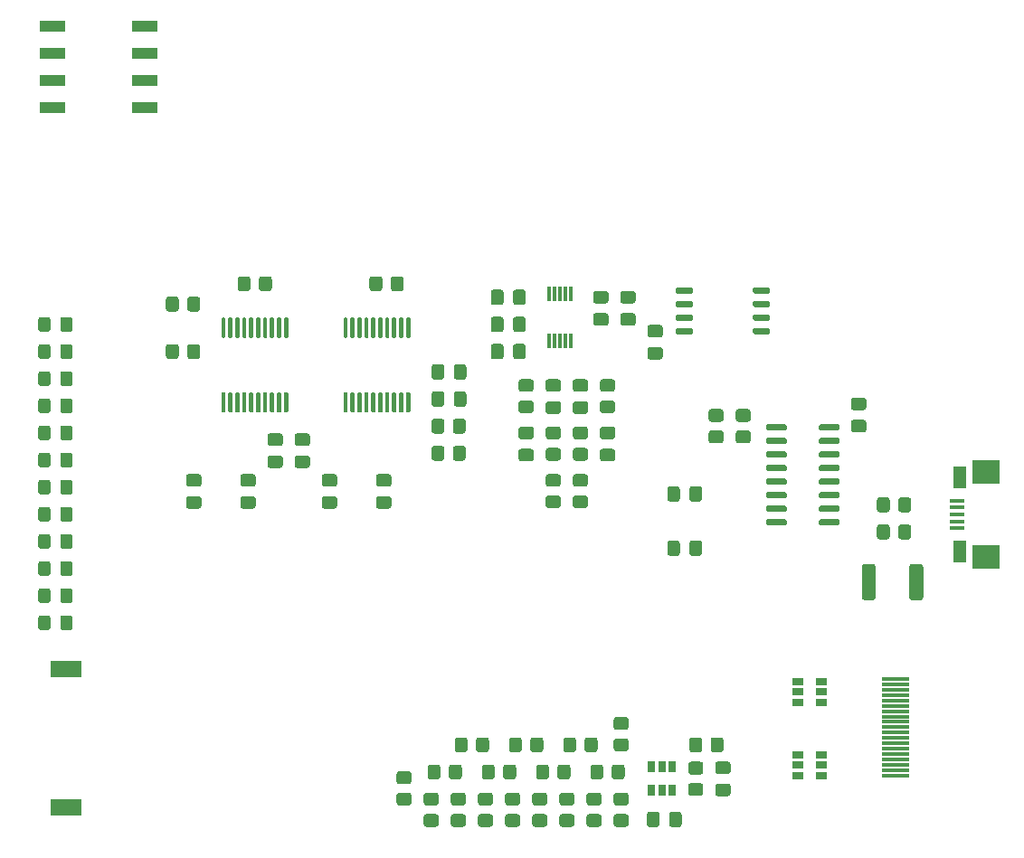
<source format=gtp>
G04 #@! TF.GenerationSoftware,KiCad,Pcbnew,5.1.10-88a1d61d58~90~ubuntu20.04.1*
G04 #@! TF.CreationDate,2021-11-05T20:40:26+01:00*
G04 #@! TF.ProjectId,FPGC4IOboard,46504743-3449-44f6-926f-6172642e6b69,rev?*
G04 #@! TF.SameCoordinates,Original*
G04 #@! TF.FileFunction,Paste,Top*
G04 #@! TF.FilePolarity,Positive*
%FSLAX46Y46*%
G04 Gerber Fmt 4.6, Leading zero omitted, Abs format (unit mm)*
G04 Created by KiCad (PCBNEW 5.1.10-88a1d61d58~90~ubuntu20.04.1) date 2021-11-05 20:40:26*
%MOMM*%
%LPD*%
G01*
G04 APERTURE LIST*
%ADD10R,2.440000X1.120000*%
%ADD11R,0.300000X1.400000*%
%ADD12R,3.000000X1.500000*%
%ADD13R,2.600000X0.300000*%
%ADD14R,1.350000X0.450000*%
%ADD15R,2.500000X2.200000*%
%ADD16R,1.200000X2.000000*%
%ADD17R,1.060000X0.650000*%
%ADD18R,0.650000X1.060000*%
G04 APERTURE END LIST*
D10*
X80785000Y-51435000D03*
X89395000Y-43815000D03*
X80785000Y-48895000D03*
X89395000Y-46355000D03*
X80785000Y-46355000D03*
X89395000Y-48895000D03*
X80785000Y-43815000D03*
X89395000Y-51435000D03*
D11*
X129270000Y-73320000D03*
X128770000Y-73320000D03*
X128270000Y-73320000D03*
X127770000Y-73320000D03*
X127270000Y-73320000D03*
X127270000Y-68920000D03*
X127770000Y-68920000D03*
X128270000Y-68920000D03*
X128770000Y-68920000D03*
X129270000Y-68920000D03*
D12*
X82035000Y-103990000D03*
X82035000Y-116990000D03*
D13*
X159650000Y-113974000D03*
X159650000Y-113474000D03*
X159650000Y-112974000D03*
X159650000Y-112474000D03*
X159650000Y-111974000D03*
X159650000Y-111474000D03*
X159650000Y-110974000D03*
X159650000Y-110474000D03*
X159650000Y-109974000D03*
X159650000Y-109474000D03*
X159650000Y-108974000D03*
X159650000Y-108474000D03*
X159650000Y-107974000D03*
X159650000Y-107474000D03*
X159650000Y-106974000D03*
X159650000Y-106474000D03*
X159650000Y-105974000D03*
X159650000Y-105474000D03*
X159650000Y-104974000D03*
G36*
G01*
X139652500Y-117635000D02*
X139652500Y-118585000D01*
G75*
G02*
X139402500Y-118835000I-250000J0D01*
G01*
X138727500Y-118835000D01*
G75*
G02*
X138477500Y-118585000I0J250000D01*
G01*
X138477500Y-117635000D01*
G75*
G02*
X138727500Y-117385000I250000J0D01*
G01*
X139402500Y-117385000D01*
G75*
G02*
X139652500Y-117635000I0J-250000D01*
G01*
G37*
G36*
G01*
X137577500Y-117635000D02*
X137577500Y-118585000D01*
G75*
G02*
X137327500Y-118835000I-250000J0D01*
G01*
X136652500Y-118835000D01*
G75*
G02*
X136402500Y-118585000I0J250000D01*
G01*
X136402500Y-117635000D01*
G75*
G02*
X136652500Y-117385000I250000J0D01*
G01*
X137327500Y-117385000D01*
G75*
G02*
X137577500Y-117635000I0J-250000D01*
G01*
G37*
G36*
G01*
X143035000Y-114750000D02*
X143985000Y-114750000D01*
G75*
G02*
X144235000Y-115000000I0J-250000D01*
G01*
X144235000Y-115675000D01*
G75*
G02*
X143985000Y-115925000I-250000J0D01*
G01*
X143035000Y-115925000D01*
G75*
G02*
X142785000Y-115675000I0J250000D01*
G01*
X142785000Y-115000000D01*
G75*
G02*
X143035000Y-114750000I250000J0D01*
G01*
G37*
G36*
G01*
X143035000Y-112675000D02*
X143985000Y-112675000D01*
G75*
G02*
X144235000Y-112925000I0J-250000D01*
G01*
X144235000Y-113600000D01*
G75*
G02*
X143985000Y-113850000I-250000J0D01*
G01*
X143035000Y-113850000D01*
G75*
G02*
X142785000Y-113600000I0J250000D01*
G01*
X142785000Y-112925000D01*
G75*
G02*
X143035000Y-112675000I250000J0D01*
G01*
G37*
G36*
G01*
X122972500Y-71280000D02*
X122972500Y-72230000D01*
G75*
G02*
X122722500Y-72480000I-250000J0D01*
G01*
X122047500Y-72480000D01*
G75*
G02*
X121797500Y-72230000I0J250000D01*
G01*
X121797500Y-71280000D01*
G75*
G02*
X122047500Y-71030000I250000J0D01*
G01*
X122722500Y-71030000D01*
G75*
G02*
X122972500Y-71280000I0J-250000D01*
G01*
G37*
G36*
G01*
X125047500Y-71280000D02*
X125047500Y-72230000D01*
G75*
G02*
X124797500Y-72480000I-250000J0D01*
G01*
X124122500Y-72480000D01*
G75*
G02*
X123872500Y-72230000I0J250000D01*
G01*
X123872500Y-71280000D01*
G75*
G02*
X124122500Y-71030000I250000J0D01*
G01*
X124797500Y-71030000D01*
G75*
G02*
X125047500Y-71280000I0J-250000D01*
G01*
G37*
G36*
G01*
X125047500Y-68740000D02*
X125047500Y-69690000D01*
G75*
G02*
X124797500Y-69940000I-250000J0D01*
G01*
X124122500Y-69940000D01*
G75*
G02*
X123872500Y-69690000I0J250000D01*
G01*
X123872500Y-68740000D01*
G75*
G02*
X124122500Y-68490000I250000J0D01*
G01*
X124797500Y-68490000D01*
G75*
G02*
X125047500Y-68740000I0J-250000D01*
G01*
G37*
G36*
G01*
X122972500Y-68740000D02*
X122972500Y-69690000D01*
G75*
G02*
X122722500Y-69940000I-250000J0D01*
G01*
X122047500Y-69940000D01*
G75*
G02*
X121797500Y-69690000I0J250000D01*
G01*
X121797500Y-68740000D01*
G75*
G02*
X122047500Y-68490000I250000J0D01*
G01*
X122722500Y-68490000D01*
G75*
G02*
X122972500Y-68740000I0J-250000D01*
G01*
G37*
G36*
G01*
X122972500Y-73820000D02*
X122972500Y-74770000D01*
G75*
G02*
X122722500Y-75020000I-250000J0D01*
G01*
X122047500Y-75020000D01*
G75*
G02*
X121797500Y-74770000I0J250000D01*
G01*
X121797500Y-73820000D01*
G75*
G02*
X122047500Y-73570000I250000J0D01*
G01*
X122722500Y-73570000D01*
G75*
G02*
X122972500Y-73820000I0J-250000D01*
G01*
G37*
G36*
G01*
X125047500Y-73820000D02*
X125047500Y-74770000D01*
G75*
G02*
X124797500Y-75020000I-250000J0D01*
G01*
X124122500Y-75020000D01*
G75*
G02*
X123872500Y-74770000I0J250000D01*
G01*
X123872500Y-73820000D01*
G75*
G02*
X124122500Y-73570000I250000J0D01*
G01*
X124797500Y-73570000D01*
G75*
G02*
X125047500Y-73820000I0J-250000D01*
G01*
G37*
G36*
G01*
X102075000Y-85212500D02*
X101125000Y-85212500D01*
G75*
G02*
X100875000Y-84962500I0J250000D01*
G01*
X100875000Y-84287500D01*
G75*
G02*
X101125000Y-84037500I250000J0D01*
G01*
X102075000Y-84037500D01*
G75*
G02*
X102325000Y-84287500I0J-250000D01*
G01*
X102325000Y-84962500D01*
G75*
G02*
X102075000Y-85212500I-250000J0D01*
G01*
G37*
G36*
G01*
X102075000Y-83137500D02*
X101125000Y-83137500D01*
G75*
G02*
X100875000Y-82887500I0J250000D01*
G01*
X100875000Y-82212500D01*
G75*
G02*
X101125000Y-81962500I250000J0D01*
G01*
X102075000Y-81962500D01*
G75*
G02*
X102325000Y-82212500I0J-250000D01*
G01*
X102325000Y-82887500D01*
G75*
G02*
X102075000Y-83137500I-250000J0D01*
G01*
G37*
G36*
G01*
X104615000Y-85212500D02*
X103665000Y-85212500D01*
G75*
G02*
X103415000Y-84962500I0J250000D01*
G01*
X103415000Y-84287500D01*
G75*
G02*
X103665000Y-84037500I250000J0D01*
G01*
X104615000Y-84037500D01*
G75*
G02*
X104865000Y-84287500I0J-250000D01*
G01*
X104865000Y-84962500D01*
G75*
G02*
X104615000Y-85212500I-250000J0D01*
G01*
G37*
G36*
G01*
X104615000Y-83137500D02*
X103665000Y-83137500D01*
G75*
G02*
X103415000Y-82887500I0J250000D01*
G01*
X103415000Y-82212500D01*
G75*
G02*
X103665000Y-81962500I250000J0D01*
G01*
X104615000Y-81962500D01*
G75*
G02*
X104865000Y-82212500I0J-250000D01*
G01*
X104865000Y-82887500D01*
G75*
G02*
X104615000Y-83137500I-250000J0D01*
G01*
G37*
G36*
G01*
X98585000Y-87847500D02*
X99535000Y-87847500D01*
G75*
G02*
X99785000Y-88097500I0J-250000D01*
G01*
X99785000Y-88772500D01*
G75*
G02*
X99535000Y-89022500I-250000J0D01*
G01*
X98585000Y-89022500D01*
G75*
G02*
X98335000Y-88772500I0J250000D01*
G01*
X98335000Y-88097500D01*
G75*
G02*
X98585000Y-87847500I250000J0D01*
G01*
G37*
G36*
G01*
X98585000Y-85772500D02*
X99535000Y-85772500D01*
G75*
G02*
X99785000Y-86022500I0J-250000D01*
G01*
X99785000Y-86697500D01*
G75*
G02*
X99535000Y-86947500I-250000J0D01*
G01*
X98585000Y-86947500D01*
G75*
G02*
X98335000Y-86697500I0J250000D01*
G01*
X98335000Y-86022500D01*
G75*
G02*
X98585000Y-85772500I250000J0D01*
G01*
G37*
G36*
G01*
X94455000Y-86947500D02*
X93505000Y-86947500D01*
G75*
G02*
X93255000Y-86697500I0J250000D01*
G01*
X93255000Y-86022500D01*
G75*
G02*
X93505000Y-85772500I250000J0D01*
G01*
X94455000Y-85772500D01*
G75*
G02*
X94705000Y-86022500I0J-250000D01*
G01*
X94705000Y-86697500D01*
G75*
G02*
X94455000Y-86947500I-250000J0D01*
G01*
G37*
G36*
G01*
X94455000Y-89022500D02*
X93505000Y-89022500D01*
G75*
G02*
X93255000Y-88772500I0J250000D01*
G01*
X93255000Y-88097500D01*
G75*
G02*
X93505000Y-87847500I250000J0D01*
G01*
X94455000Y-87847500D01*
G75*
G02*
X94705000Y-88097500I0J-250000D01*
G01*
X94705000Y-88772500D01*
G75*
G02*
X94455000Y-89022500I-250000J0D01*
G01*
G37*
G36*
G01*
X111285000Y-85772500D02*
X112235000Y-85772500D01*
G75*
G02*
X112485000Y-86022500I0J-250000D01*
G01*
X112485000Y-86697500D01*
G75*
G02*
X112235000Y-86947500I-250000J0D01*
G01*
X111285000Y-86947500D01*
G75*
G02*
X111035000Y-86697500I0J250000D01*
G01*
X111035000Y-86022500D01*
G75*
G02*
X111285000Y-85772500I250000J0D01*
G01*
G37*
G36*
G01*
X111285000Y-87847500D02*
X112235000Y-87847500D01*
G75*
G02*
X112485000Y-88097500I0J-250000D01*
G01*
X112485000Y-88772500D01*
G75*
G02*
X112235000Y-89022500I-250000J0D01*
G01*
X111285000Y-89022500D01*
G75*
G02*
X111035000Y-88772500I0J250000D01*
G01*
X111035000Y-88097500D01*
G75*
G02*
X111285000Y-87847500I250000J0D01*
G01*
G37*
G36*
G01*
X107155000Y-86947500D02*
X106205000Y-86947500D01*
G75*
G02*
X105955000Y-86697500I0J250000D01*
G01*
X105955000Y-86022500D01*
G75*
G02*
X106205000Y-85772500I250000J0D01*
G01*
X107155000Y-85772500D01*
G75*
G02*
X107405000Y-86022500I0J-250000D01*
G01*
X107405000Y-86697500D01*
G75*
G02*
X107155000Y-86947500I-250000J0D01*
G01*
G37*
G36*
G01*
X107155000Y-89022500D02*
X106205000Y-89022500D01*
G75*
G02*
X105955000Y-88772500I0J250000D01*
G01*
X105955000Y-88097500D01*
G75*
G02*
X106205000Y-87847500I250000J0D01*
G01*
X107155000Y-87847500D01*
G75*
G02*
X107405000Y-88097500I0J-250000D01*
G01*
X107405000Y-88772500D01*
G75*
G02*
X107155000Y-89022500I-250000J0D01*
G01*
G37*
G36*
G01*
X155735000Y-78617500D02*
X156685000Y-78617500D01*
G75*
G02*
X156935000Y-78867500I0J-250000D01*
G01*
X156935000Y-79542500D01*
G75*
G02*
X156685000Y-79792500I-250000J0D01*
G01*
X155735000Y-79792500D01*
G75*
G02*
X155485000Y-79542500I0J250000D01*
G01*
X155485000Y-78867500D01*
G75*
G02*
X155735000Y-78617500I250000J0D01*
G01*
G37*
G36*
G01*
X155735000Y-80692500D02*
X156685000Y-80692500D01*
G75*
G02*
X156935000Y-80942500I0J-250000D01*
G01*
X156935000Y-81617500D01*
G75*
G02*
X156685000Y-81867500I-250000J0D01*
G01*
X155735000Y-81867500D01*
G75*
G02*
X155485000Y-81617500I0J250000D01*
G01*
X155485000Y-80942500D01*
G75*
G02*
X155735000Y-80692500I250000J0D01*
G01*
G37*
G36*
G01*
X132555000Y-69802500D02*
X131605000Y-69802500D01*
G75*
G02*
X131355000Y-69552500I0J250000D01*
G01*
X131355000Y-68877500D01*
G75*
G02*
X131605000Y-68627500I250000J0D01*
G01*
X132555000Y-68627500D01*
G75*
G02*
X132805000Y-68877500I0J-250000D01*
G01*
X132805000Y-69552500D01*
G75*
G02*
X132555000Y-69802500I-250000J0D01*
G01*
G37*
G36*
G01*
X132555000Y-71877500D02*
X131605000Y-71877500D01*
G75*
G02*
X131355000Y-71627500I0J250000D01*
G01*
X131355000Y-70952500D01*
G75*
G02*
X131605000Y-70702500I250000J0D01*
G01*
X132555000Y-70702500D01*
G75*
G02*
X132805000Y-70952500I0J-250000D01*
G01*
X132805000Y-71627500D01*
G75*
G02*
X132555000Y-71877500I-250000J0D01*
G01*
G37*
G36*
G01*
X119502500Y-75725000D02*
X119502500Y-76675000D01*
G75*
G02*
X119252500Y-76925000I-250000J0D01*
G01*
X118577500Y-76925000D01*
G75*
G02*
X118327500Y-76675000I0J250000D01*
G01*
X118327500Y-75725000D01*
G75*
G02*
X118577500Y-75475000I250000J0D01*
G01*
X119252500Y-75475000D01*
G75*
G02*
X119502500Y-75725000I0J-250000D01*
G01*
G37*
G36*
G01*
X117427500Y-75725000D02*
X117427500Y-76675000D01*
G75*
G02*
X117177500Y-76925000I-250000J0D01*
G01*
X116502500Y-76925000D01*
G75*
G02*
X116252500Y-76675000I0J250000D01*
G01*
X116252500Y-75725000D01*
G75*
G02*
X116502500Y-75475000I250000J0D01*
G01*
X117177500Y-75475000D01*
G75*
G02*
X117427500Y-75725000I0J-250000D01*
G01*
G37*
G36*
G01*
X119502500Y-78265000D02*
X119502500Y-79215000D01*
G75*
G02*
X119252500Y-79465000I-250000J0D01*
G01*
X118577500Y-79465000D01*
G75*
G02*
X118327500Y-79215000I0J250000D01*
G01*
X118327500Y-78265000D01*
G75*
G02*
X118577500Y-78015000I250000J0D01*
G01*
X119252500Y-78015000D01*
G75*
G02*
X119502500Y-78265000I0J-250000D01*
G01*
G37*
G36*
G01*
X117427500Y-78265000D02*
X117427500Y-79215000D01*
G75*
G02*
X117177500Y-79465000I-250000J0D01*
G01*
X116502500Y-79465000D01*
G75*
G02*
X116252500Y-79215000I0J250000D01*
G01*
X116252500Y-78265000D01*
G75*
G02*
X116502500Y-78015000I250000J0D01*
G01*
X117177500Y-78015000D01*
G75*
G02*
X117427500Y-78265000I0J-250000D01*
G01*
G37*
G36*
G01*
X135095000Y-69802500D02*
X134145000Y-69802500D01*
G75*
G02*
X133895000Y-69552500I0J250000D01*
G01*
X133895000Y-68877500D01*
G75*
G02*
X134145000Y-68627500I250000J0D01*
G01*
X135095000Y-68627500D01*
G75*
G02*
X135345000Y-68877500I0J-250000D01*
G01*
X135345000Y-69552500D01*
G75*
G02*
X135095000Y-69802500I-250000J0D01*
G01*
G37*
G36*
G01*
X135095000Y-71877500D02*
X134145000Y-71877500D01*
G75*
G02*
X133895000Y-71627500I0J250000D01*
G01*
X133895000Y-70952500D01*
G75*
G02*
X134145000Y-70702500I250000J0D01*
G01*
X135095000Y-70702500D01*
G75*
G02*
X135345000Y-70952500I0J-250000D01*
G01*
X135345000Y-71627500D01*
G75*
G02*
X135095000Y-71877500I-250000J0D01*
G01*
G37*
G36*
G01*
X129700000Y-76882500D02*
X130650000Y-76882500D01*
G75*
G02*
X130900000Y-77132500I0J-250000D01*
G01*
X130900000Y-77807500D01*
G75*
G02*
X130650000Y-78057500I-250000J0D01*
G01*
X129700000Y-78057500D01*
G75*
G02*
X129450000Y-77807500I0J250000D01*
G01*
X129450000Y-77132500D01*
G75*
G02*
X129700000Y-76882500I250000J0D01*
G01*
G37*
G36*
G01*
X129700000Y-78957500D02*
X130650000Y-78957500D01*
G75*
G02*
X130900000Y-79207500I0J-250000D01*
G01*
X130900000Y-79882500D01*
G75*
G02*
X130650000Y-80132500I-250000J0D01*
G01*
X129700000Y-80132500D01*
G75*
G02*
X129450000Y-79882500I0J250000D01*
G01*
X129450000Y-79207500D01*
G75*
G02*
X129700000Y-78957500I250000J0D01*
G01*
G37*
G36*
G01*
X137635000Y-72977500D02*
X136685000Y-72977500D01*
G75*
G02*
X136435000Y-72727500I0J250000D01*
G01*
X136435000Y-72052500D01*
G75*
G02*
X136685000Y-71802500I250000J0D01*
G01*
X137635000Y-71802500D01*
G75*
G02*
X137885000Y-72052500I0J-250000D01*
G01*
X137885000Y-72727500D01*
G75*
G02*
X137635000Y-72977500I-250000J0D01*
G01*
G37*
G36*
G01*
X137635000Y-75052500D02*
X136685000Y-75052500D01*
G75*
G02*
X136435000Y-74802500I0J250000D01*
G01*
X136435000Y-74127500D01*
G75*
G02*
X136685000Y-73877500I250000J0D01*
G01*
X137635000Y-73877500D01*
G75*
G02*
X137885000Y-74127500I0J-250000D01*
G01*
X137885000Y-74802500D01*
G75*
G02*
X137635000Y-75052500I-250000J0D01*
G01*
G37*
G36*
G01*
X127160000Y-78957500D02*
X128110000Y-78957500D01*
G75*
G02*
X128360000Y-79207500I0J-250000D01*
G01*
X128360000Y-79882500D01*
G75*
G02*
X128110000Y-80132500I-250000J0D01*
G01*
X127160000Y-80132500D01*
G75*
G02*
X126910000Y-79882500I0J250000D01*
G01*
X126910000Y-79207500D01*
G75*
G02*
X127160000Y-78957500I250000J0D01*
G01*
G37*
G36*
G01*
X127160000Y-76882500D02*
X128110000Y-76882500D01*
G75*
G02*
X128360000Y-77132500I0J-250000D01*
G01*
X128360000Y-77807500D01*
G75*
G02*
X128110000Y-78057500I-250000J0D01*
G01*
X127160000Y-78057500D01*
G75*
G02*
X126910000Y-77807500I0J250000D01*
G01*
X126910000Y-77132500D01*
G75*
G02*
X127160000Y-76882500I250000J0D01*
G01*
G37*
G36*
G01*
X141557500Y-92235000D02*
X141557500Y-93185000D01*
G75*
G02*
X141307500Y-93435000I-250000J0D01*
G01*
X140632500Y-93435000D01*
G75*
G02*
X140382500Y-93185000I0J250000D01*
G01*
X140382500Y-92235000D01*
G75*
G02*
X140632500Y-91985000I250000J0D01*
G01*
X141307500Y-91985000D01*
G75*
G02*
X141557500Y-92235000I0J-250000D01*
G01*
G37*
G36*
G01*
X139482500Y-92235000D02*
X139482500Y-93185000D01*
G75*
G02*
X139232500Y-93435000I-250000J0D01*
G01*
X138557500Y-93435000D01*
G75*
G02*
X138307500Y-93185000I0J250000D01*
G01*
X138307500Y-92235000D01*
G75*
G02*
X138557500Y-91985000I250000J0D01*
G01*
X139232500Y-91985000D01*
G75*
G02*
X139482500Y-92235000I0J-250000D01*
G01*
G37*
G36*
G01*
X140382500Y-88105000D02*
X140382500Y-87155000D01*
G75*
G02*
X140632500Y-86905000I250000J0D01*
G01*
X141307500Y-86905000D01*
G75*
G02*
X141557500Y-87155000I0J-250000D01*
G01*
X141557500Y-88105000D01*
G75*
G02*
X141307500Y-88355000I-250000J0D01*
G01*
X140632500Y-88355000D01*
G75*
G02*
X140382500Y-88105000I0J250000D01*
G01*
G37*
G36*
G01*
X138307500Y-88105000D02*
X138307500Y-87155000D01*
G75*
G02*
X138557500Y-86905000I250000J0D01*
G01*
X139232500Y-86905000D01*
G75*
G02*
X139482500Y-87155000I0J-250000D01*
G01*
X139482500Y-88105000D01*
G75*
G02*
X139232500Y-88355000I-250000J0D01*
G01*
X138557500Y-88355000D01*
G75*
G02*
X138307500Y-88105000I0J250000D01*
G01*
G37*
G36*
G01*
X132240000Y-81327500D02*
X133190000Y-81327500D01*
G75*
G02*
X133440000Y-81577500I0J-250000D01*
G01*
X133440000Y-82252500D01*
G75*
G02*
X133190000Y-82502500I-250000J0D01*
G01*
X132240000Y-82502500D01*
G75*
G02*
X131990000Y-82252500I0J250000D01*
G01*
X131990000Y-81577500D01*
G75*
G02*
X132240000Y-81327500I250000J0D01*
G01*
G37*
G36*
G01*
X132240000Y-83402500D02*
X133190000Y-83402500D01*
G75*
G02*
X133440000Y-83652500I0J-250000D01*
G01*
X133440000Y-84327500D01*
G75*
G02*
X133190000Y-84577500I-250000J0D01*
G01*
X132240000Y-84577500D01*
G75*
G02*
X131990000Y-84327500I0J250000D01*
G01*
X131990000Y-83652500D01*
G75*
G02*
X132240000Y-83402500I250000J0D01*
G01*
G37*
G36*
G01*
X125570000Y-84577500D02*
X124620000Y-84577500D01*
G75*
G02*
X124370000Y-84327500I0J250000D01*
G01*
X124370000Y-83652500D01*
G75*
G02*
X124620000Y-83402500I250000J0D01*
G01*
X125570000Y-83402500D01*
G75*
G02*
X125820000Y-83652500I0J-250000D01*
G01*
X125820000Y-84327500D01*
G75*
G02*
X125570000Y-84577500I-250000J0D01*
G01*
G37*
G36*
G01*
X125570000Y-82502500D02*
X124620000Y-82502500D01*
G75*
G02*
X124370000Y-82252500I0J250000D01*
G01*
X124370000Y-81577500D01*
G75*
G02*
X124620000Y-81327500I250000J0D01*
G01*
X125570000Y-81327500D01*
G75*
G02*
X125820000Y-81577500I0J-250000D01*
G01*
X125820000Y-82252500D01*
G75*
G02*
X125570000Y-82502500I-250000J0D01*
G01*
G37*
G36*
G01*
X81485000Y-72205001D02*
X81485000Y-71304999D01*
G75*
G02*
X81734999Y-71055000I249999J0D01*
G01*
X82385001Y-71055000D01*
G75*
G02*
X82635000Y-71304999I0J-249999D01*
G01*
X82635000Y-72205001D01*
G75*
G02*
X82385001Y-72455000I-249999J0D01*
G01*
X81734999Y-72455000D01*
G75*
G02*
X81485000Y-72205001I0J249999D01*
G01*
G37*
G36*
G01*
X79435000Y-72205001D02*
X79435000Y-71304999D01*
G75*
G02*
X79684999Y-71055000I249999J0D01*
G01*
X80335001Y-71055000D01*
G75*
G02*
X80585000Y-71304999I0J-249999D01*
G01*
X80585000Y-72205001D01*
G75*
G02*
X80335001Y-72455000I-249999J0D01*
G01*
X79684999Y-72455000D01*
G75*
G02*
X79435000Y-72205001I0J249999D01*
G01*
G37*
G36*
G01*
X79435000Y-89985001D02*
X79435000Y-89084999D01*
G75*
G02*
X79684999Y-88835000I249999J0D01*
G01*
X80335001Y-88835000D01*
G75*
G02*
X80585000Y-89084999I0J-249999D01*
G01*
X80585000Y-89985001D01*
G75*
G02*
X80335001Y-90235000I-249999J0D01*
G01*
X79684999Y-90235000D01*
G75*
G02*
X79435000Y-89985001I0J249999D01*
G01*
G37*
G36*
G01*
X81485000Y-89985001D02*
X81485000Y-89084999D01*
G75*
G02*
X81734999Y-88835000I249999J0D01*
G01*
X82385001Y-88835000D01*
G75*
G02*
X82635000Y-89084999I0J-249999D01*
G01*
X82635000Y-89985001D01*
G75*
G02*
X82385001Y-90235000I-249999J0D01*
G01*
X81734999Y-90235000D01*
G75*
G02*
X81485000Y-89985001I0J249999D01*
G01*
G37*
G36*
G01*
X81485000Y-84905001D02*
X81485000Y-84004999D01*
G75*
G02*
X81734999Y-83755000I249999J0D01*
G01*
X82385001Y-83755000D01*
G75*
G02*
X82635000Y-84004999I0J-249999D01*
G01*
X82635000Y-84905001D01*
G75*
G02*
X82385001Y-85155000I-249999J0D01*
G01*
X81734999Y-85155000D01*
G75*
G02*
X81485000Y-84905001I0J249999D01*
G01*
G37*
G36*
G01*
X79435000Y-84905001D02*
X79435000Y-84004999D01*
G75*
G02*
X79684999Y-83755000I249999J0D01*
G01*
X80335001Y-83755000D01*
G75*
G02*
X80585000Y-84004999I0J-249999D01*
G01*
X80585000Y-84905001D01*
G75*
G02*
X80335001Y-85155000I-249999J0D01*
G01*
X79684999Y-85155000D01*
G75*
G02*
X79435000Y-84905001I0J249999D01*
G01*
G37*
G36*
G01*
X79435000Y-79825001D02*
X79435000Y-78924999D01*
G75*
G02*
X79684999Y-78675000I249999J0D01*
G01*
X80335001Y-78675000D01*
G75*
G02*
X80585000Y-78924999I0J-249999D01*
G01*
X80585000Y-79825001D01*
G75*
G02*
X80335001Y-80075000I-249999J0D01*
G01*
X79684999Y-80075000D01*
G75*
G02*
X79435000Y-79825001I0J249999D01*
G01*
G37*
G36*
G01*
X81485000Y-79825001D02*
X81485000Y-78924999D01*
G75*
G02*
X81734999Y-78675000I249999J0D01*
G01*
X82385001Y-78675000D01*
G75*
G02*
X82635000Y-78924999I0J-249999D01*
G01*
X82635000Y-79825001D01*
G75*
G02*
X82385001Y-80075000I-249999J0D01*
G01*
X81734999Y-80075000D01*
G75*
G02*
X81485000Y-79825001I0J249999D01*
G01*
G37*
G36*
G01*
X79435000Y-82365001D02*
X79435000Y-81464999D01*
G75*
G02*
X79684999Y-81215000I249999J0D01*
G01*
X80335001Y-81215000D01*
G75*
G02*
X80585000Y-81464999I0J-249999D01*
G01*
X80585000Y-82365001D01*
G75*
G02*
X80335001Y-82615000I-249999J0D01*
G01*
X79684999Y-82615000D01*
G75*
G02*
X79435000Y-82365001I0J249999D01*
G01*
G37*
G36*
G01*
X81485000Y-82365001D02*
X81485000Y-81464999D01*
G75*
G02*
X81734999Y-81215000I249999J0D01*
G01*
X82385001Y-81215000D01*
G75*
G02*
X82635000Y-81464999I0J-249999D01*
G01*
X82635000Y-82365001D01*
G75*
G02*
X82385001Y-82615000I-249999J0D01*
G01*
X81734999Y-82615000D01*
G75*
G02*
X81485000Y-82365001I0J249999D01*
G01*
G37*
G36*
G01*
X81485000Y-100145001D02*
X81485000Y-99244999D01*
G75*
G02*
X81734999Y-98995000I249999J0D01*
G01*
X82385001Y-98995000D01*
G75*
G02*
X82635000Y-99244999I0J-249999D01*
G01*
X82635000Y-100145001D01*
G75*
G02*
X82385001Y-100395000I-249999J0D01*
G01*
X81734999Y-100395000D01*
G75*
G02*
X81485000Y-100145001I0J249999D01*
G01*
G37*
G36*
G01*
X79435000Y-100145001D02*
X79435000Y-99244999D01*
G75*
G02*
X79684999Y-98995000I249999J0D01*
G01*
X80335001Y-98995000D01*
G75*
G02*
X80585000Y-99244999I0J-249999D01*
G01*
X80585000Y-100145001D01*
G75*
G02*
X80335001Y-100395000I-249999J0D01*
G01*
X79684999Y-100395000D01*
G75*
G02*
X79435000Y-100145001I0J249999D01*
G01*
G37*
G36*
G01*
X79435000Y-92525001D02*
X79435000Y-91624999D01*
G75*
G02*
X79684999Y-91375000I249999J0D01*
G01*
X80335001Y-91375000D01*
G75*
G02*
X80585000Y-91624999I0J-249999D01*
G01*
X80585000Y-92525001D01*
G75*
G02*
X80335001Y-92775000I-249999J0D01*
G01*
X79684999Y-92775000D01*
G75*
G02*
X79435000Y-92525001I0J249999D01*
G01*
G37*
G36*
G01*
X81485000Y-92525001D02*
X81485000Y-91624999D01*
G75*
G02*
X81734999Y-91375000I249999J0D01*
G01*
X82385001Y-91375000D01*
G75*
G02*
X82635000Y-91624999I0J-249999D01*
G01*
X82635000Y-92525001D01*
G75*
G02*
X82385001Y-92775000I-249999J0D01*
G01*
X81734999Y-92775000D01*
G75*
G02*
X81485000Y-92525001I0J249999D01*
G01*
G37*
G36*
G01*
X81485000Y-87445001D02*
X81485000Y-86544999D01*
G75*
G02*
X81734999Y-86295000I249999J0D01*
G01*
X82385001Y-86295000D01*
G75*
G02*
X82635000Y-86544999I0J-249999D01*
G01*
X82635000Y-87445001D01*
G75*
G02*
X82385001Y-87695000I-249999J0D01*
G01*
X81734999Y-87695000D01*
G75*
G02*
X81485000Y-87445001I0J249999D01*
G01*
G37*
G36*
G01*
X79435000Y-87445001D02*
X79435000Y-86544999D01*
G75*
G02*
X79684999Y-86295000I249999J0D01*
G01*
X80335001Y-86295000D01*
G75*
G02*
X80585000Y-86544999I0J-249999D01*
G01*
X80585000Y-87445001D01*
G75*
G02*
X80335001Y-87695000I-249999J0D01*
G01*
X79684999Y-87695000D01*
G75*
G02*
X79435000Y-87445001I0J249999D01*
G01*
G37*
G36*
G01*
X81485000Y-95065001D02*
X81485000Y-94164999D01*
G75*
G02*
X81734999Y-93915000I249999J0D01*
G01*
X82385001Y-93915000D01*
G75*
G02*
X82635000Y-94164999I0J-249999D01*
G01*
X82635000Y-95065001D01*
G75*
G02*
X82385001Y-95315000I-249999J0D01*
G01*
X81734999Y-95315000D01*
G75*
G02*
X81485000Y-95065001I0J249999D01*
G01*
G37*
G36*
G01*
X79435000Y-95065001D02*
X79435000Y-94164999D01*
G75*
G02*
X79684999Y-93915000I249999J0D01*
G01*
X80335001Y-93915000D01*
G75*
G02*
X80585000Y-94164999I0J-249999D01*
G01*
X80585000Y-95065001D01*
G75*
G02*
X80335001Y-95315000I-249999J0D01*
G01*
X79684999Y-95315000D01*
G75*
G02*
X79435000Y-95065001I0J249999D01*
G01*
G37*
G36*
G01*
X81485000Y-97605001D02*
X81485000Y-96704999D01*
G75*
G02*
X81734999Y-96455000I249999J0D01*
G01*
X82385001Y-96455000D01*
G75*
G02*
X82635000Y-96704999I0J-249999D01*
G01*
X82635000Y-97605001D01*
G75*
G02*
X82385001Y-97855000I-249999J0D01*
G01*
X81734999Y-97855000D01*
G75*
G02*
X81485000Y-97605001I0J249999D01*
G01*
G37*
G36*
G01*
X79435000Y-97605001D02*
X79435000Y-96704999D01*
G75*
G02*
X79684999Y-96455000I249999J0D01*
G01*
X80335001Y-96455000D01*
G75*
G02*
X80585000Y-96704999I0J-249999D01*
G01*
X80585000Y-97605001D01*
G75*
G02*
X80335001Y-97855000I-249999J0D01*
G01*
X79684999Y-97855000D01*
G75*
G02*
X79435000Y-97605001I0J249999D01*
G01*
G37*
G36*
G01*
X79435000Y-77285001D02*
X79435000Y-76384999D01*
G75*
G02*
X79684999Y-76135000I249999J0D01*
G01*
X80335001Y-76135000D01*
G75*
G02*
X80585000Y-76384999I0J-249999D01*
G01*
X80585000Y-77285001D01*
G75*
G02*
X80335001Y-77535000I-249999J0D01*
G01*
X79684999Y-77535000D01*
G75*
G02*
X79435000Y-77285001I0J249999D01*
G01*
G37*
G36*
G01*
X81485000Y-77285001D02*
X81485000Y-76384999D01*
G75*
G02*
X81734999Y-76135000I249999J0D01*
G01*
X82385001Y-76135000D01*
G75*
G02*
X82635000Y-76384999I0J-249999D01*
G01*
X82635000Y-77285001D01*
G75*
G02*
X82385001Y-77535000I-249999J0D01*
G01*
X81734999Y-77535000D01*
G75*
G02*
X81485000Y-77285001I0J249999D01*
G01*
G37*
G36*
G01*
X79435000Y-74745001D02*
X79435000Y-73844999D01*
G75*
G02*
X79684999Y-73595000I249999J0D01*
G01*
X80335001Y-73595000D01*
G75*
G02*
X80585000Y-73844999I0J-249999D01*
G01*
X80585000Y-74745001D01*
G75*
G02*
X80335001Y-74995000I-249999J0D01*
G01*
X79684999Y-74995000D01*
G75*
G02*
X79435000Y-74745001I0J249999D01*
G01*
G37*
G36*
G01*
X81485000Y-74745001D02*
X81485000Y-73844999D01*
G75*
G02*
X81734999Y-73595000I249999J0D01*
G01*
X82385001Y-73595000D01*
G75*
G02*
X82635000Y-73844999I0J-249999D01*
G01*
X82635000Y-74745001D01*
G75*
G02*
X82385001Y-74995000I-249999J0D01*
G01*
X81734999Y-74995000D01*
G75*
G02*
X81485000Y-74745001I0J249999D01*
G01*
G37*
G36*
G01*
X156510000Y-97335001D02*
X156510000Y-94434999D01*
G75*
G02*
X156759999Y-94185000I249999J0D01*
G01*
X157560001Y-94185000D01*
G75*
G02*
X157810000Y-94434999I0J-249999D01*
G01*
X157810000Y-97335001D01*
G75*
G02*
X157560001Y-97585000I-249999J0D01*
G01*
X156759999Y-97585000D01*
G75*
G02*
X156510000Y-97335001I0J249999D01*
G01*
G37*
G36*
G01*
X160960000Y-97335001D02*
X160960000Y-94434999D01*
G75*
G02*
X161209999Y-94185000I249999J0D01*
G01*
X162010001Y-94185000D01*
G75*
G02*
X162260000Y-94434999I0J-249999D01*
G01*
X162260000Y-97335001D01*
G75*
G02*
X162010001Y-97585000I-249999J0D01*
G01*
X161209999Y-97585000D01*
G75*
G02*
X160960000Y-97335001I0J249999D01*
G01*
G37*
D14*
X165462000Y-88235000D03*
X165462000Y-88885000D03*
X165462000Y-89535000D03*
X165462000Y-90185000D03*
X165462000Y-90835000D03*
D15*
X168162000Y-93485000D03*
X168162000Y-85585000D03*
D16*
X165662000Y-86035000D03*
X165662000Y-93035000D03*
G36*
G01*
X116655001Y-116805000D02*
X115754999Y-116805000D01*
G75*
G02*
X115505000Y-116555001I0J249999D01*
G01*
X115505000Y-115854999D01*
G75*
G02*
X115754999Y-115605000I249999J0D01*
G01*
X116655001Y-115605000D01*
G75*
G02*
X116905000Y-115854999I0J-249999D01*
G01*
X116905000Y-116555001D01*
G75*
G02*
X116655001Y-116805000I-249999J0D01*
G01*
G37*
G36*
G01*
X116655001Y-118805000D02*
X115754999Y-118805000D01*
G75*
G02*
X115505000Y-118555001I0J249999D01*
G01*
X115505000Y-117854999D01*
G75*
G02*
X115754999Y-117605000I249999J0D01*
G01*
X116655001Y-117605000D01*
G75*
G02*
X116905000Y-117854999I0J-249999D01*
G01*
X116905000Y-118555001D01*
G75*
G02*
X116655001Y-118805000I-249999J0D01*
G01*
G37*
G36*
G01*
X114115001Y-116805000D02*
X113214999Y-116805000D01*
G75*
G02*
X112965000Y-116555001I0J249999D01*
G01*
X112965000Y-115854999D01*
G75*
G02*
X113214999Y-115605000I249999J0D01*
G01*
X114115001Y-115605000D01*
G75*
G02*
X114365000Y-115854999I0J-249999D01*
G01*
X114365000Y-116555001D01*
G75*
G02*
X114115001Y-116805000I-249999J0D01*
G01*
G37*
G36*
G01*
X114115001Y-114805000D02*
X113214999Y-114805000D01*
G75*
G02*
X112965000Y-114555001I0J249999D01*
G01*
X112965000Y-113854999D01*
G75*
G02*
X113214999Y-113605000I249999J0D01*
G01*
X114115001Y-113605000D01*
G75*
G02*
X114365000Y-113854999I0J-249999D01*
G01*
X114365000Y-114555001D01*
G75*
G02*
X114115001Y-114805000I-249999J0D01*
G01*
G37*
G36*
G01*
X117875000Y-114115001D02*
X117875000Y-113214999D01*
G75*
G02*
X118124999Y-112965000I249999J0D01*
G01*
X118825001Y-112965000D01*
G75*
G02*
X119075000Y-113214999I0J-249999D01*
G01*
X119075000Y-114115001D01*
G75*
G02*
X118825001Y-114365000I-249999J0D01*
G01*
X118124999Y-114365000D01*
G75*
G02*
X117875000Y-114115001I0J249999D01*
G01*
G37*
G36*
G01*
X115875000Y-114115001D02*
X115875000Y-113214999D01*
G75*
G02*
X116124999Y-112965000I249999J0D01*
G01*
X116825001Y-112965000D01*
G75*
G02*
X117075000Y-113214999I0J-249999D01*
G01*
X117075000Y-114115001D01*
G75*
G02*
X116825001Y-114365000I-249999J0D01*
G01*
X116124999Y-114365000D01*
G75*
G02*
X115875000Y-114115001I0J249999D01*
G01*
G37*
G36*
G01*
X119195001Y-118805000D02*
X118294999Y-118805000D01*
G75*
G02*
X118045000Y-118555001I0J249999D01*
G01*
X118045000Y-117854999D01*
G75*
G02*
X118294999Y-117605000I249999J0D01*
G01*
X119195001Y-117605000D01*
G75*
G02*
X119445000Y-117854999I0J-249999D01*
G01*
X119445000Y-118555001D01*
G75*
G02*
X119195001Y-118805000I-249999J0D01*
G01*
G37*
G36*
G01*
X119195001Y-116805000D02*
X118294999Y-116805000D01*
G75*
G02*
X118045000Y-116555001I0J249999D01*
G01*
X118045000Y-115854999D01*
G75*
G02*
X118294999Y-115605000I249999J0D01*
G01*
X119195001Y-115605000D01*
G75*
G02*
X119445000Y-115854999I0J-249999D01*
G01*
X119445000Y-116555001D01*
G75*
G02*
X119195001Y-116805000I-249999J0D01*
G01*
G37*
G36*
G01*
X99295000Y-67494999D02*
X99295000Y-68395001D01*
G75*
G02*
X99045001Y-68645000I-249999J0D01*
G01*
X98344999Y-68645000D01*
G75*
G02*
X98095000Y-68395001I0J249999D01*
G01*
X98095000Y-67494999D01*
G75*
G02*
X98344999Y-67245000I249999J0D01*
G01*
X99045001Y-67245000D01*
G75*
G02*
X99295000Y-67494999I0J-249999D01*
G01*
G37*
G36*
G01*
X101295000Y-67494999D02*
X101295000Y-68395001D01*
G75*
G02*
X101045001Y-68645000I-249999J0D01*
G01*
X100344999Y-68645000D01*
G75*
G02*
X100095000Y-68395001I0J249999D01*
G01*
X100095000Y-67494999D01*
G75*
G02*
X100344999Y-67245000I249999J0D01*
G01*
X101045001Y-67245000D01*
G75*
G02*
X101295000Y-67494999I0J-249999D01*
G01*
G37*
G36*
G01*
X118415000Y-111575001D02*
X118415000Y-110674999D01*
G75*
G02*
X118664999Y-110425000I249999J0D01*
G01*
X119365001Y-110425000D01*
G75*
G02*
X119615000Y-110674999I0J-249999D01*
G01*
X119615000Y-111575001D01*
G75*
G02*
X119365001Y-111825000I-249999J0D01*
G01*
X118664999Y-111825000D01*
G75*
G02*
X118415000Y-111575001I0J249999D01*
G01*
G37*
G36*
G01*
X120415000Y-111575001D02*
X120415000Y-110674999D01*
G75*
G02*
X120664999Y-110425000I249999J0D01*
G01*
X121365001Y-110425000D01*
G75*
G02*
X121615000Y-110674999I0J-249999D01*
G01*
X121615000Y-111575001D01*
G75*
G02*
X121365001Y-111825000I-249999J0D01*
G01*
X120664999Y-111825000D01*
G75*
G02*
X120415000Y-111575001I0J249999D01*
G01*
G37*
G36*
G01*
X121735001Y-116805000D02*
X120834999Y-116805000D01*
G75*
G02*
X120585000Y-116555001I0J249999D01*
G01*
X120585000Y-115854999D01*
G75*
G02*
X120834999Y-115605000I249999J0D01*
G01*
X121735001Y-115605000D01*
G75*
G02*
X121985000Y-115854999I0J-249999D01*
G01*
X121985000Y-116555001D01*
G75*
G02*
X121735001Y-116805000I-249999J0D01*
G01*
G37*
G36*
G01*
X121735001Y-118805000D02*
X120834999Y-118805000D01*
G75*
G02*
X120585000Y-118555001I0J249999D01*
G01*
X120585000Y-117854999D01*
G75*
G02*
X120834999Y-117605000I249999J0D01*
G01*
X121735001Y-117605000D01*
G75*
G02*
X121985000Y-117854999I0J-249999D01*
G01*
X121985000Y-118555001D01*
G75*
G02*
X121735001Y-118805000I-249999J0D01*
G01*
G37*
G36*
G01*
X122955000Y-114115001D02*
X122955000Y-113214999D01*
G75*
G02*
X123204999Y-112965000I249999J0D01*
G01*
X123905001Y-112965000D01*
G75*
G02*
X124155000Y-113214999I0J-249999D01*
G01*
X124155000Y-114115001D01*
G75*
G02*
X123905001Y-114365000I-249999J0D01*
G01*
X123204999Y-114365000D01*
G75*
G02*
X122955000Y-114115001I0J249999D01*
G01*
G37*
G36*
G01*
X120955000Y-114115001D02*
X120955000Y-113214999D01*
G75*
G02*
X121204999Y-112965000I249999J0D01*
G01*
X121905001Y-112965000D01*
G75*
G02*
X122155000Y-113214999I0J-249999D01*
G01*
X122155000Y-114115001D01*
G75*
G02*
X121905001Y-114365000I-249999J0D01*
G01*
X121204999Y-114365000D01*
G75*
G02*
X120955000Y-114115001I0J249999D01*
G01*
G37*
G36*
G01*
X124275001Y-118805000D02*
X123374999Y-118805000D01*
G75*
G02*
X123125000Y-118555001I0J249999D01*
G01*
X123125000Y-117854999D01*
G75*
G02*
X123374999Y-117605000I249999J0D01*
G01*
X124275001Y-117605000D01*
G75*
G02*
X124525000Y-117854999I0J-249999D01*
G01*
X124525000Y-118555001D01*
G75*
G02*
X124275001Y-118805000I-249999J0D01*
G01*
G37*
G36*
G01*
X124275001Y-116805000D02*
X123374999Y-116805000D01*
G75*
G02*
X123125000Y-116555001I0J249999D01*
G01*
X123125000Y-115854999D01*
G75*
G02*
X123374999Y-115605000I249999J0D01*
G01*
X124275001Y-115605000D01*
G75*
G02*
X124525000Y-115854999I0J-249999D01*
G01*
X124525000Y-116555001D01*
G75*
G02*
X124275001Y-116805000I-249999J0D01*
G01*
G37*
G36*
G01*
X123495000Y-111575001D02*
X123495000Y-110674999D01*
G75*
G02*
X123744999Y-110425000I249999J0D01*
G01*
X124445001Y-110425000D01*
G75*
G02*
X124695000Y-110674999I0J-249999D01*
G01*
X124695000Y-111575001D01*
G75*
G02*
X124445001Y-111825000I-249999J0D01*
G01*
X123744999Y-111825000D01*
G75*
G02*
X123495000Y-111575001I0J249999D01*
G01*
G37*
G36*
G01*
X125495000Y-111575001D02*
X125495000Y-110674999D01*
G75*
G02*
X125744999Y-110425000I249999J0D01*
G01*
X126445001Y-110425000D01*
G75*
G02*
X126695000Y-110674999I0J-249999D01*
G01*
X126695000Y-111575001D01*
G75*
G02*
X126445001Y-111825000I-249999J0D01*
G01*
X125744999Y-111825000D01*
G75*
G02*
X125495000Y-111575001I0J249999D01*
G01*
G37*
G36*
G01*
X111630000Y-67494999D02*
X111630000Y-68395001D01*
G75*
G02*
X111380001Y-68645000I-249999J0D01*
G01*
X110679999Y-68645000D01*
G75*
G02*
X110430000Y-68395001I0J249999D01*
G01*
X110430000Y-67494999D01*
G75*
G02*
X110679999Y-67245000I249999J0D01*
G01*
X111380001Y-67245000D01*
G75*
G02*
X111630000Y-67494999I0J-249999D01*
G01*
G37*
G36*
G01*
X113630000Y-67494999D02*
X113630000Y-68395001D01*
G75*
G02*
X113380001Y-68645000I-249999J0D01*
G01*
X112679999Y-68645000D01*
G75*
G02*
X112430000Y-68395001I0J249999D01*
G01*
X112430000Y-67494999D01*
G75*
G02*
X112679999Y-67245000I249999J0D01*
G01*
X113380001Y-67245000D01*
G75*
G02*
X113630000Y-67494999I0J-249999D01*
G01*
G37*
G36*
G01*
X126815001Y-116805000D02*
X125914999Y-116805000D01*
G75*
G02*
X125665000Y-116555001I0J249999D01*
G01*
X125665000Y-115854999D01*
G75*
G02*
X125914999Y-115605000I249999J0D01*
G01*
X126815001Y-115605000D01*
G75*
G02*
X127065000Y-115854999I0J-249999D01*
G01*
X127065000Y-116555001D01*
G75*
G02*
X126815001Y-116805000I-249999J0D01*
G01*
G37*
G36*
G01*
X126815001Y-118805000D02*
X125914999Y-118805000D01*
G75*
G02*
X125665000Y-118555001I0J249999D01*
G01*
X125665000Y-117854999D01*
G75*
G02*
X125914999Y-117605000I249999J0D01*
G01*
X126815001Y-117605000D01*
G75*
G02*
X127065000Y-117854999I0J-249999D01*
G01*
X127065000Y-118555001D01*
G75*
G02*
X126815001Y-118805000I-249999J0D01*
G01*
G37*
G36*
G01*
X128035000Y-114115001D02*
X128035000Y-113214999D01*
G75*
G02*
X128284999Y-112965000I249999J0D01*
G01*
X128985001Y-112965000D01*
G75*
G02*
X129235000Y-113214999I0J-249999D01*
G01*
X129235000Y-114115001D01*
G75*
G02*
X128985001Y-114365000I-249999J0D01*
G01*
X128284999Y-114365000D01*
G75*
G02*
X128035000Y-114115001I0J249999D01*
G01*
G37*
G36*
G01*
X126035000Y-114115001D02*
X126035000Y-113214999D01*
G75*
G02*
X126284999Y-112965000I249999J0D01*
G01*
X126985001Y-112965000D01*
G75*
G02*
X127235000Y-113214999I0J-249999D01*
G01*
X127235000Y-114115001D01*
G75*
G02*
X126985001Y-114365000I-249999J0D01*
G01*
X126284999Y-114365000D01*
G75*
G02*
X126035000Y-114115001I0J249999D01*
G01*
G37*
G36*
G01*
X129355001Y-118805000D02*
X128454999Y-118805000D01*
G75*
G02*
X128205000Y-118555001I0J249999D01*
G01*
X128205000Y-117854999D01*
G75*
G02*
X128454999Y-117605000I249999J0D01*
G01*
X129355001Y-117605000D01*
G75*
G02*
X129605000Y-117854999I0J-249999D01*
G01*
X129605000Y-118555001D01*
G75*
G02*
X129355001Y-118805000I-249999J0D01*
G01*
G37*
G36*
G01*
X129355001Y-116805000D02*
X128454999Y-116805000D01*
G75*
G02*
X128205000Y-116555001I0J249999D01*
G01*
X128205000Y-115854999D01*
G75*
G02*
X128454999Y-115605000I249999J0D01*
G01*
X129355001Y-115605000D01*
G75*
G02*
X129605000Y-115854999I0J-249999D01*
G01*
X129605000Y-116555001D01*
G75*
G02*
X129355001Y-116805000I-249999J0D01*
G01*
G37*
G36*
G01*
X128575000Y-111575001D02*
X128575000Y-110674999D01*
G75*
G02*
X128824999Y-110425000I249999J0D01*
G01*
X129525001Y-110425000D01*
G75*
G02*
X129775000Y-110674999I0J-249999D01*
G01*
X129775000Y-111575001D01*
G75*
G02*
X129525001Y-111825000I-249999J0D01*
G01*
X128824999Y-111825000D01*
G75*
G02*
X128575000Y-111575001I0J249999D01*
G01*
G37*
G36*
G01*
X130575000Y-111575001D02*
X130575000Y-110674999D01*
G75*
G02*
X130824999Y-110425000I249999J0D01*
G01*
X131525001Y-110425000D01*
G75*
G02*
X131775000Y-110674999I0J-249999D01*
G01*
X131775000Y-111575001D01*
G75*
G02*
X131525001Y-111825000I-249999J0D01*
G01*
X130824999Y-111825000D01*
G75*
G02*
X130575000Y-111575001I0J249999D01*
G01*
G37*
G36*
G01*
X131895001Y-116805000D02*
X130994999Y-116805000D01*
G75*
G02*
X130745000Y-116555001I0J249999D01*
G01*
X130745000Y-115854999D01*
G75*
G02*
X130994999Y-115605000I249999J0D01*
G01*
X131895001Y-115605000D01*
G75*
G02*
X132145000Y-115854999I0J-249999D01*
G01*
X132145000Y-116555001D01*
G75*
G02*
X131895001Y-116805000I-249999J0D01*
G01*
G37*
G36*
G01*
X131895001Y-118805000D02*
X130994999Y-118805000D01*
G75*
G02*
X130745000Y-118555001I0J249999D01*
G01*
X130745000Y-117854999D01*
G75*
G02*
X130994999Y-117605000I249999J0D01*
G01*
X131895001Y-117605000D01*
G75*
G02*
X132145000Y-117854999I0J-249999D01*
G01*
X132145000Y-118555001D01*
G75*
G02*
X131895001Y-118805000I-249999J0D01*
G01*
G37*
G36*
G01*
X131115000Y-114115001D02*
X131115000Y-113214999D01*
G75*
G02*
X131364999Y-112965000I249999J0D01*
G01*
X132065001Y-112965000D01*
G75*
G02*
X132315000Y-113214999I0J-249999D01*
G01*
X132315000Y-114115001D01*
G75*
G02*
X132065001Y-114365000I-249999J0D01*
G01*
X131364999Y-114365000D01*
G75*
G02*
X131115000Y-114115001I0J249999D01*
G01*
G37*
G36*
G01*
X133115000Y-114115001D02*
X133115000Y-113214999D01*
G75*
G02*
X133364999Y-112965000I249999J0D01*
G01*
X134065001Y-112965000D01*
G75*
G02*
X134315000Y-113214999I0J-249999D01*
G01*
X134315000Y-114115001D01*
G75*
G02*
X134065001Y-114365000I-249999J0D01*
G01*
X133364999Y-114365000D01*
G75*
G02*
X133115000Y-114115001I0J249999D01*
G01*
G37*
G36*
G01*
X134435001Y-116805000D02*
X133534999Y-116805000D01*
G75*
G02*
X133285000Y-116555001I0J249999D01*
G01*
X133285000Y-115854999D01*
G75*
G02*
X133534999Y-115605000I249999J0D01*
G01*
X134435001Y-115605000D01*
G75*
G02*
X134685000Y-115854999I0J-249999D01*
G01*
X134685000Y-116555001D01*
G75*
G02*
X134435001Y-116805000I-249999J0D01*
G01*
G37*
G36*
G01*
X134435001Y-118805000D02*
X133534999Y-118805000D01*
G75*
G02*
X133285000Y-118555001I0J249999D01*
G01*
X133285000Y-117854999D01*
G75*
G02*
X133534999Y-117605000I249999J0D01*
G01*
X134435001Y-117605000D01*
G75*
G02*
X134685000Y-117854999I0J-249999D01*
G01*
X134685000Y-118555001D01*
G75*
G02*
X134435001Y-118805000I-249999J0D01*
G01*
G37*
G36*
G01*
X134435001Y-111725000D02*
X133534999Y-111725000D01*
G75*
G02*
X133285000Y-111475001I0J249999D01*
G01*
X133285000Y-110774999D01*
G75*
G02*
X133534999Y-110525000I249999J0D01*
G01*
X134435001Y-110525000D01*
G75*
G02*
X134685000Y-110774999I0J-249999D01*
G01*
X134685000Y-111475001D01*
G75*
G02*
X134435001Y-111725000I-249999J0D01*
G01*
G37*
G36*
G01*
X134435001Y-109725000D02*
X133534999Y-109725000D01*
G75*
G02*
X133285000Y-109475001I0J249999D01*
G01*
X133285000Y-108774999D01*
G75*
G02*
X133534999Y-108525000I249999J0D01*
G01*
X134435001Y-108525000D01*
G75*
G02*
X134685000Y-108774999I0J-249999D01*
G01*
X134685000Y-109475001D01*
G75*
G02*
X134435001Y-109725000I-249999J0D01*
G01*
G37*
G36*
G01*
X141420001Y-115900000D02*
X140519999Y-115900000D01*
G75*
G02*
X140270000Y-115650001I0J249999D01*
G01*
X140270000Y-114949999D01*
G75*
G02*
X140519999Y-114700000I249999J0D01*
G01*
X141420001Y-114700000D01*
G75*
G02*
X141670000Y-114949999I0J-249999D01*
G01*
X141670000Y-115650001D01*
G75*
G02*
X141420001Y-115900000I-249999J0D01*
G01*
G37*
G36*
G01*
X141420001Y-113900000D02*
X140519999Y-113900000D01*
G75*
G02*
X140270000Y-113650001I0J249999D01*
G01*
X140270000Y-112949999D01*
G75*
G02*
X140519999Y-112700000I249999J0D01*
G01*
X141420001Y-112700000D01*
G75*
G02*
X141670000Y-112949999I0J-249999D01*
G01*
X141670000Y-113650001D01*
G75*
G02*
X141420001Y-113900000I-249999J0D01*
G01*
G37*
G36*
G01*
X142370000Y-111575001D02*
X142370000Y-110674999D01*
G75*
G02*
X142619999Y-110425000I249999J0D01*
G01*
X143320001Y-110425000D01*
G75*
G02*
X143570000Y-110674999I0J-249999D01*
G01*
X143570000Y-111575001D01*
G75*
G02*
X143320001Y-111825000I-249999J0D01*
G01*
X142619999Y-111825000D01*
G75*
G02*
X142370000Y-111575001I0J249999D01*
G01*
G37*
G36*
G01*
X140370000Y-111575001D02*
X140370000Y-110674999D01*
G75*
G02*
X140619999Y-110425000I249999J0D01*
G01*
X141320001Y-110425000D01*
G75*
G02*
X141570000Y-110674999I0J-249999D01*
G01*
X141570000Y-111575001D01*
G75*
G02*
X141320001Y-111825000I-249999J0D01*
G01*
X140619999Y-111825000D01*
G75*
G02*
X140370000Y-111575001I0J249999D01*
G01*
G37*
G36*
G01*
X142424999Y-79680000D02*
X143325001Y-79680000D01*
G75*
G02*
X143575000Y-79929999I0J-249999D01*
G01*
X143575000Y-80630001D01*
G75*
G02*
X143325001Y-80880000I-249999J0D01*
G01*
X142424999Y-80880000D01*
G75*
G02*
X142175000Y-80630001I0J249999D01*
G01*
X142175000Y-79929999D01*
G75*
G02*
X142424999Y-79680000I249999J0D01*
G01*
G37*
G36*
G01*
X142424999Y-81680000D02*
X143325001Y-81680000D01*
G75*
G02*
X143575000Y-81929999I0J-249999D01*
G01*
X143575000Y-82630001D01*
G75*
G02*
X143325001Y-82880000I-249999J0D01*
G01*
X142424999Y-82880000D01*
G75*
G02*
X142175000Y-82630001I0J249999D01*
G01*
X142175000Y-81929999D01*
G75*
G02*
X142424999Y-81680000I249999J0D01*
G01*
G37*
G36*
G01*
X145865001Y-80880000D02*
X144964999Y-80880000D01*
G75*
G02*
X144715000Y-80630001I0J249999D01*
G01*
X144715000Y-79929999D01*
G75*
G02*
X144964999Y-79680000I249999J0D01*
G01*
X145865001Y-79680000D01*
G75*
G02*
X146115000Y-79929999I0J-249999D01*
G01*
X146115000Y-80630001D01*
G75*
G02*
X145865001Y-80880000I-249999J0D01*
G01*
G37*
G36*
G01*
X145865001Y-82880000D02*
X144964999Y-82880000D01*
G75*
G02*
X144715000Y-82630001I0J249999D01*
G01*
X144715000Y-81929999D01*
G75*
G02*
X144964999Y-81680000I249999J0D01*
G01*
X145865001Y-81680000D01*
G75*
G02*
X146115000Y-81929999I0J-249999D01*
G01*
X146115000Y-82630001D01*
G75*
G02*
X145865001Y-82880000I-249999J0D01*
G01*
G37*
G36*
G01*
X159928000Y-91636001D02*
X159928000Y-90735999D01*
G75*
G02*
X160177999Y-90486000I249999J0D01*
G01*
X160878001Y-90486000D01*
G75*
G02*
X161128000Y-90735999I0J-249999D01*
G01*
X161128000Y-91636001D01*
G75*
G02*
X160878001Y-91886000I-249999J0D01*
G01*
X160177999Y-91886000D01*
G75*
G02*
X159928000Y-91636001I0J249999D01*
G01*
G37*
G36*
G01*
X157928000Y-91636001D02*
X157928000Y-90735999D01*
G75*
G02*
X158177999Y-90486000I249999J0D01*
G01*
X158878001Y-90486000D01*
G75*
G02*
X159128000Y-90735999I0J-249999D01*
G01*
X159128000Y-91636001D01*
G75*
G02*
X158878001Y-91886000I-249999J0D01*
G01*
X158177999Y-91886000D01*
G75*
G02*
X157928000Y-91636001I0J249999D01*
G01*
G37*
G36*
G01*
X157928000Y-89096001D02*
X157928000Y-88195999D01*
G75*
G02*
X158177999Y-87946000I249999J0D01*
G01*
X158878001Y-87946000D01*
G75*
G02*
X159128000Y-88195999I0J-249999D01*
G01*
X159128000Y-89096001D01*
G75*
G02*
X158878001Y-89346000I-249999J0D01*
G01*
X158177999Y-89346000D01*
G75*
G02*
X157928000Y-89096001I0J249999D01*
G01*
G37*
G36*
G01*
X159928000Y-89096001D02*
X159928000Y-88195999D01*
G75*
G02*
X160177999Y-87946000I249999J0D01*
G01*
X160878001Y-87946000D01*
G75*
G02*
X161128000Y-88195999I0J-249999D01*
G01*
X161128000Y-89096001D01*
G75*
G02*
X160878001Y-89346000I-249999J0D01*
G01*
X160177999Y-89346000D01*
G75*
G02*
X159928000Y-89096001I0J249999D01*
G01*
G37*
G36*
G01*
X132264999Y-78870000D02*
X133165001Y-78870000D01*
G75*
G02*
X133415000Y-79119999I0J-249999D01*
G01*
X133415000Y-79820001D01*
G75*
G02*
X133165001Y-80070000I-249999J0D01*
G01*
X132264999Y-80070000D01*
G75*
G02*
X132015000Y-79820001I0J249999D01*
G01*
X132015000Y-79119999D01*
G75*
G02*
X132264999Y-78870000I249999J0D01*
G01*
G37*
G36*
G01*
X132264999Y-76870000D02*
X133165001Y-76870000D01*
G75*
G02*
X133415000Y-77119999I0J-249999D01*
G01*
X133415000Y-77820001D01*
G75*
G02*
X133165001Y-78070000I-249999J0D01*
G01*
X132264999Y-78070000D01*
G75*
G02*
X132015000Y-77820001I0J249999D01*
G01*
X132015000Y-77119999D01*
G75*
G02*
X132264999Y-76870000I249999J0D01*
G01*
G37*
G36*
G01*
X125545001Y-80070000D02*
X124644999Y-80070000D01*
G75*
G02*
X124395000Y-79820001I0J249999D01*
G01*
X124395000Y-79119999D01*
G75*
G02*
X124644999Y-78870000I249999J0D01*
G01*
X125545001Y-78870000D01*
G75*
G02*
X125795000Y-79119999I0J-249999D01*
G01*
X125795000Y-79820001D01*
G75*
G02*
X125545001Y-80070000I-249999J0D01*
G01*
G37*
G36*
G01*
X125545001Y-78070000D02*
X124644999Y-78070000D01*
G75*
G02*
X124395000Y-77820001I0J249999D01*
G01*
X124395000Y-77119999D01*
G75*
G02*
X124644999Y-76870000I249999J0D01*
G01*
X125545001Y-76870000D01*
G75*
G02*
X125795000Y-77119999I0J-249999D01*
G01*
X125795000Y-77820001D01*
G75*
G02*
X125545001Y-78070000I-249999J0D01*
G01*
G37*
G36*
G01*
X130625001Y-82515000D02*
X129724999Y-82515000D01*
G75*
G02*
X129475000Y-82265001I0J249999D01*
G01*
X129475000Y-81564999D01*
G75*
G02*
X129724999Y-81315000I249999J0D01*
G01*
X130625001Y-81315000D01*
G75*
G02*
X130875000Y-81564999I0J-249999D01*
G01*
X130875000Y-82265001D01*
G75*
G02*
X130625001Y-82515000I-249999J0D01*
G01*
G37*
G36*
G01*
X130625001Y-84515000D02*
X129724999Y-84515000D01*
G75*
G02*
X129475000Y-84265001I0J249999D01*
G01*
X129475000Y-83564999D01*
G75*
G02*
X129724999Y-83315000I249999J0D01*
G01*
X130625001Y-83315000D01*
G75*
G02*
X130875000Y-83564999I0J-249999D01*
G01*
X130875000Y-84265001D01*
G75*
G02*
X130625001Y-84515000I-249999J0D01*
G01*
G37*
G36*
G01*
X128085001Y-84515000D02*
X127184999Y-84515000D01*
G75*
G02*
X126935000Y-84265001I0J249999D01*
G01*
X126935000Y-83564999D01*
G75*
G02*
X127184999Y-83315000I249999J0D01*
G01*
X128085001Y-83315000D01*
G75*
G02*
X128335000Y-83564999I0J-249999D01*
G01*
X128335000Y-84265001D01*
G75*
G02*
X128085001Y-84515000I-249999J0D01*
G01*
G37*
G36*
G01*
X128085001Y-82515000D02*
X127184999Y-82515000D01*
G75*
G02*
X126935000Y-82265001I0J249999D01*
G01*
X126935000Y-81564999D01*
G75*
G02*
X127184999Y-81315000I249999J0D01*
G01*
X128085001Y-81315000D01*
G75*
G02*
X128335000Y-81564999I0J-249999D01*
G01*
X128335000Y-82265001D01*
G75*
G02*
X128085001Y-82515000I-249999J0D01*
G01*
G37*
G36*
G01*
X130625001Y-86960000D02*
X129724999Y-86960000D01*
G75*
G02*
X129475000Y-86710001I0J249999D01*
G01*
X129475000Y-86009999D01*
G75*
G02*
X129724999Y-85760000I249999J0D01*
G01*
X130625001Y-85760000D01*
G75*
G02*
X130875000Y-86009999I0J-249999D01*
G01*
X130875000Y-86710001D01*
G75*
G02*
X130625001Y-86960000I-249999J0D01*
G01*
G37*
G36*
G01*
X130625001Y-88960000D02*
X129724999Y-88960000D01*
G75*
G02*
X129475000Y-88710001I0J249999D01*
G01*
X129475000Y-88009999D01*
G75*
G02*
X129724999Y-87760000I249999J0D01*
G01*
X130625001Y-87760000D01*
G75*
G02*
X130875000Y-88009999I0J-249999D01*
G01*
X130875000Y-88710001D01*
G75*
G02*
X130625001Y-88960000I-249999J0D01*
G01*
G37*
G36*
G01*
X128085001Y-88960000D02*
X127184999Y-88960000D01*
G75*
G02*
X126935000Y-88710001I0J249999D01*
G01*
X126935000Y-88009999D01*
G75*
G02*
X127184999Y-87760000I249999J0D01*
G01*
X128085001Y-87760000D01*
G75*
G02*
X128335000Y-88009999I0J-249999D01*
G01*
X128335000Y-88710001D01*
G75*
G02*
X128085001Y-88960000I-249999J0D01*
G01*
G37*
G36*
G01*
X128085001Y-86960000D02*
X127184999Y-86960000D01*
G75*
G02*
X126935000Y-86710001I0J249999D01*
G01*
X126935000Y-86009999D01*
G75*
G02*
X127184999Y-85760000I249999J0D01*
G01*
X128085001Y-85760000D01*
G75*
G02*
X128335000Y-86009999I0J-249999D01*
G01*
X128335000Y-86710001D01*
G75*
G02*
X128085001Y-86960000I-249999J0D01*
G01*
G37*
G36*
G01*
X93380000Y-70300001D02*
X93380000Y-69399999D01*
G75*
G02*
X93629999Y-69150000I249999J0D01*
G01*
X94330001Y-69150000D01*
G75*
G02*
X94580000Y-69399999I0J-249999D01*
G01*
X94580000Y-70300001D01*
G75*
G02*
X94330001Y-70550000I-249999J0D01*
G01*
X93629999Y-70550000D01*
G75*
G02*
X93380000Y-70300001I0J249999D01*
G01*
G37*
G36*
G01*
X91380000Y-70300001D02*
X91380000Y-69399999D01*
G75*
G02*
X91629999Y-69150000I249999J0D01*
G01*
X92330001Y-69150000D01*
G75*
G02*
X92580000Y-69399999I0J-249999D01*
G01*
X92580000Y-70300001D01*
G75*
G02*
X92330001Y-70550000I-249999J0D01*
G01*
X91629999Y-70550000D01*
G75*
G02*
X91380000Y-70300001I0J249999D01*
G01*
G37*
G36*
G01*
X91380000Y-74745001D02*
X91380000Y-73844999D01*
G75*
G02*
X91629999Y-73595000I249999J0D01*
G01*
X92330001Y-73595000D01*
G75*
G02*
X92580000Y-73844999I0J-249999D01*
G01*
X92580000Y-74745001D01*
G75*
G02*
X92330001Y-74995000I-249999J0D01*
G01*
X91629999Y-74995000D01*
G75*
G02*
X91380000Y-74745001I0J249999D01*
G01*
G37*
G36*
G01*
X93380000Y-74745001D02*
X93380000Y-73844999D01*
G75*
G02*
X93629999Y-73595000I249999J0D01*
G01*
X94330001Y-73595000D01*
G75*
G02*
X94580000Y-73844999I0J-249999D01*
G01*
X94580000Y-74745001D01*
G75*
G02*
X94330001Y-74995000I-249999J0D01*
G01*
X93629999Y-74995000D01*
G75*
G02*
X93380000Y-74745001I0J249999D01*
G01*
G37*
G36*
G01*
X119440000Y-80829999D02*
X119440000Y-81730001D01*
G75*
G02*
X119190001Y-81980000I-249999J0D01*
G01*
X118489999Y-81980000D01*
G75*
G02*
X118240000Y-81730001I0J249999D01*
G01*
X118240000Y-80829999D01*
G75*
G02*
X118489999Y-80580000I249999J0D01*
G01*
X119190001Y-80580000D01*
G75*
G02*
X119440000Y-80829999I0J-249999D01*
G01*
G37*
G36*
G01*
X117440000Y-80829999D02*
X117440000Y-81730001D01*
G75*
G02*
X117190001Y-81980000I-249999J0D01*
G01*
X116489999Y-81980000D01*
G75*
G02*
X116240000Y-81730001I0J249999D01*
G01*
X116240000Y-80829999D01*
G75*
G02*
X116489999Y-80580000I249999J0D01*
G01*
X117190001Y-80580000D01*
G75*
G02*
X117440000Y-80829999I0J-249999D01*
G01*
G37*
G36*
G01*
X117440000Y-83369999D02*
X117440000Y-84270001D01*
G75*
G02*
X117190001Y-84520000I-249999J0D01*
G01*
X116489999Y-84520000D01*
G75*
G02*
X116240000Y-84270001I0J249999D01*
G01*
X116240000Y-83369999D01*
G75*
G02*
X116489999Y-83120000I249999J0D01*
G01*
X117190001Y-83120000D01*
G75*
G02*
X117440000Y-83369999I0J-249999D01*
G01*
G37*
G36*
G01*
X119440000Y-83369999D02*
X119440000Y-84270001D01*
G75*
G02*
X119190001Y-84520000I-249999J0D01*
G01*
X118489999Y-84520000D01*
G75*
G02*
X118240000Y-84270001I0J249999D01*
G01*
X118240000Y-83369999D01*
G75*
G02*
X118489999Y-83120000I249999J0D01*
G01*
X119190001Y-83120000D01*
G75*
G02*
X119440000Y-83369999I0J-249999D01*
G01*
G37*
D17*
X152738000Y-113030000D03*
X152738000Y-112080000D03*
X152738000Y-113980000D03*
X150538000Y-113980000D03*
X150538000Y-113030000D03*
X150538000Y-112080000D03*
G36*
G01*
X102520000Y-71115000D02*
X102720000Y-71115000D01*
G75*
G02*
X102820000Y-71215000I0J-100000D01*
G01*
X102820000Y-72915000D01*
G75*
G02*
X102720000Y-73015000I-100000J0D01*
G01*
X102520000Y-73015000D01*
G75*
G02*
X102420000Y-72915000I0J100000D01*
G01*
X102420000Y-71215000D01*
G75*
G02*
X102520000Y-71115000I100000J0D01*
G01*
G37*
G36*
G01*
X101870000Y-71115000D02*
X102070000Y-71115000D01*
G75*
G02*
X102170000Y-71215000I0J-100000D01*
G01*
X102170000Y-72915000D01*
G75*
G02*
X102070000Y-73015000I-100000J0D01*
G01*
X101870000Y-73015000D01*
G75*
G02*
X101770000Y-72915000I0J100000D01*
G01*
X101770000Y-71215000D01*
G75*
G02*
X101870000Y-71115000I100000J0D01*
G01*
G37*
G36*
G01*
X101220000Y-71115000D02*
X101420000Y-71115000D01*
G75*
G02*
X101520000Y-71215000I0J-100000D01*
G01*
X101520000Y-72915000D01*
G75*
G02*
X101420000Y-73015000I-100000J0D01*
G01*
X101220000Y-73015000D01*
G75*
G02*
X101120000Y-72915000I0J100000D01*
G01*
X101120000Y-71215000D01*
G75*
G02*
X101220000Y-71115000I100000J0D01*
G01*
G37*
G36*
G01*
X100570000Y-71115000D02*
X100770000Y-71115000D01*
G75*
G02*
X100870000Y-71215000I0J-100000D01*
G01*
X100870000Y-72915000D01*
G75*
G02*
X100770000Y-73015000I-100000J0D01*
G01*
X100570000Y-73015000D01*
G75*
G02*
X100470000Y-72915000I0J100000D01*
G01*
X100470000Y-71215000D01*
G75*
G02*
X100570000Y-71115000I100000J0D01*
G01*
G37*
G36*
G01*
X99920000Y-71115000D02*
X100120000Y-71115000D01*
G75*
G02*
X100220000Y-71215000I0J-100000D01*
G01*
X100220000Y-72915000D01*
G75*
G02*
X100120000Y-73015000I-100000J0D01*
G01*
X99920000Y-73015000D01*
G75*
G02*
X99820000Y-72915000I0J100000D01*
G01*
X99820000Y-71215000D01*
G75*
G02*
X99920000Y-71115000I100000J0D01*
G01*
G37*
G36*
G01*
X99270000Y-71115000D02*
X99470000Y-71115000D01*
G75*
G02*
X99570000Y-71215000I0J-100000D01*
G01*
X99570000Y-72915000D01*
G75*
G02*
X99470000Y-73015000I-100000J0D01*
G01*
X99270000Y-73015000D01*
G75*
G02*
X99170000Y-72915000I0J100000D01*
G01*
X99170000Y-71215000D01*
G75*
G02*
X99270000Y-71115000I100000J0D01*
G01*
G37*
G36*
G01*
X98620000Y-71115000D02*
X98820000Y-71115000D01*
G75*
G02*
X98920000Y-71215000I0J-100000D01*
G01*
X98920000Y-72915000D01*
G75*
G02*
X98820000Y-73015000I-100000J0D01*
G01*
X98620000Y-73015000D01*
G75*
G02*
X98520000Y-72915000I0J100000D01*
G01*
X98520000Y-71215000D01*
G75*
G02*
X98620000Y-71115000I100000J0D01*
G01*
G37*
G36*
G01*
X97970000Y-71115000D02*
X98170000Y-71115000D01*
G75*
G02*
X98270000Y-71215000I0J-100000D01*
G01*
X98270000Y-72915000D01*
G75*
G02*
X98170000Y-73015000I-100000J0D01*
G01*
X97970000Y-73015000D01*
G75*
G02*
X97870000Y-72915000I0J100000D01*
G01*
X97870000Y-71215000D01*
G75*
G02*
X97970000Y-71115000I100000J0D01*
G01*
G37*
G36*
G01*
X97320000Y-71115000D02*
X97520000Y-71115000D01*
G75*
G02*
X97620000Y-71215000I0J-100000D01*
G01*
X97620000Y-72915000D01*
G75*
G02*
X97520000Y-73015000I-100000J0D01*
G01*
X97320000Y-73015000D01*
G75*
G02*
X97220000Y-72915000I0J100000D01*
G01*
X97220000Y-71215000D01*
G75*
G02*
X97320000Y-71115000I100000J0D01*
G01*
G37*
G36*
G01*
X96670000Y-71115000D02*
X96870000Y-71115000D01*
G75*
G02*
X96970000Y-71215000I0J-100000D01*
G01*
X96970000Y-72915000D01*
G75*
G02*
X96870000Y-73015000I-100000J0D01*
G01*
X96670000Y-73015000D01*
G75*
G02*
X96570000Y-72915000I0J100000D01*
G01*
X96570000Y-71215000D01*
G75*
G02*
X96670000Y-71115000I100000J0D01*
G01*
G37*
G36*
G01*
X96670000Y-78115000D02*
X96870000Y-78115000D01*
G75*
G02*
X96970000Y-78215000I0J-100000D01*
G01*
X96970000Y-79915000D01*
G75*
G02*
X96870000Y-80015000I-100000J0D01*
G01*
X96670000Y-80015000D01*
G75*
G02*
X96570000Y-79915000I0J100000D01*
G01*
X96570000Y-78215000D01*
G75*
G02*
X96670000Y-78115000I100000J0D01*
G01*
G37*
G36*
G01*
X97320000Y-78115000D02*
X97520000Y-78115000D01*
G75*
G02*
X97620000Y-78215000I0J-100000D01*
G01*
X97620000Y-79915000D01*
G75*
G02*
X97520000Y-80015000I-100000J0D01*
G01*
X97320000Y-80015000D01*
G75*
G02*
X97220000Y-79915000I0J100000D01*
G01*
X97220000Y-78215000D01*
G75*
G02*
X97320000Y-78115000I100000J0D01*
G01*
G37*
G36*
G01*
X97970000Y-78115000D02*
X98170000Y-78115000D01*
G75*
G02*
X98270000Y-78215000I0J-100000D01*
G01*
X98270000Y-79915000D01*
G75*
G02*
X98170000Y-80015000I-100000J0D01*
G01*
X97970000Y-80015000D01*
G75*
G02*
X97870000Y-79915000I0J100000D01*
G01*
X97870000Y-78215000D01*
G75*
G02*
X97970000Y-78115000I100000J0D01*
G01*
G37*
G36*
G01*
X98620000Y-78115000D02*
X98820000Y-78115000D01*
G75*
G02*
X98920000Y-78215000I0J-100000D01*
G01*
X98920000Y-79915000D01*
G75*
G02*
X98820000Y-80015000I-100000J0D01*
G01*
X98620000Y-80015000D01*
G75*
G02*
X98520000Y-79915000I0J100000D01*
G01*
X98520000Y-78215000D01*
G75*
G02*
X98620000Y-78115000I100000J0D01*
G01*
G37*
G36*
G01*
X99270000Y-78115000D02*
X99470000Y-78115000D01*
G75*
G02*
X99570000Y-78215000I0J-100000D01*
G01*
X99570000Y-79915000D01*
G75*
G02*
X99470000Y-80015000I-100000J0D01*
G01*
X99270000Y-80015000D01*
G75*
G02*
X99170000Y-79915000I0J100000D01*
G01*
X99170000Y-78215000D01*
G75*
G02*
X99270000Y-78115000I100000J0D01*
G01*
G37*
G36*
G01*
X99920000Y-78115000D02*
X100120000Y-78115000D01*
G75*
G02*
X100220000Y-78215000I0J-100000D01*
G01*
X100220000Y-79915000D01*
G75*
G02*
X100120000Y-80015000I-100000J0D01*
G01*
X99920000Y-80015000D01*
G75*
G02*
X99820000Y-79915000I0J100000D01*
G01*
X99820000Y-78215000D01*
G75*
G02*
X99920000Y-78115000I100000J0D01*
G01*
G37*
G36*
G01*
X100570000Y-78115000D02*
X100770000Y-78115000D01*
G75*
G02*
X100870000Y-78215000I0J-100000D01*
G01*
X100870000Y-79915000D01*
G75*
G02*
X100770000Y-80015000I-100000J0D01*
G01*
X100570000Y-80015000D01*
G75*
G02*
X100470000Y-79915000I0J100000D01*
G01*
X100470000Y-78215000D01*
G75*
G02*
X100570000Y-78115000I100000J0D01*
G01*
G37*
G36*
G01*
X101220000Y-78115000D02*
X101420000Y-78115000D01*
G75*
G02*
X101520000Y-78215000I0J-100000D01*
G01*
X101520000Y-79915000D01*
G75*
G02*
X101420000Y-80015000I-100000J0D01*
G01*
X101220000Y-80015000D01*
G75*
G02*
X101120000Y-79915000I0J100000D01*
G01*
X101120000Y-78215000D01*
G75*
G02*
X101220000Y-78115000I100000J0D01*
G01*
G37*
G36*
G01*
X101870000Y-78115000D02*
X102070000Y-78115000D01*
G75*
G02*
X102170000Y-78215000I0J-100000D01*
G01*
X102170000Y-79915000D01*
G75*
G02*
X102070000Y-80015000I-100000J0D01*
G01*
X101870000Y-80015000D01*
G75*
G02*
X101770000Y-79915000I0J100000D01*
G01*
X101770000Y-78215000D01*
G75*
G02*
X101870000Y-78115000I100000J0D01*
G01*
G37*
G36*
G01*
X102520000Y-78115000D02*
X102720000Y-78115000D01*
G75*
G02*
X102820000Y-78215000I0J-100000D01*
G01*
X102820000Y-79915000D01*
G75*
G02*
X102720000Y-80015000I-100000J0D01*
G01*
X102520000Y-80015000D01*
G75*
G02*
X102420000Y-79915000I0J100000D01*
G01*
X102420000Y-78215000D01*
G75*
G02*
X102520000Y-78115000I100000J0D01*
G01*
G37*
G36*
G01*
X113950000Y-78115000D02*
X114150000Y-78115000D01*
G75*
G02*
X114250000Y-78215000I0J-100000D01*
G01*
X114250000Y-79915000D01*
G75*
G02*
X114150000Y-80015000I-100000J0D01*
G01*
X113950000Y-80015000D01*
G75*
G02*
X113850000Y-79915000I0J100000D01*
G01*
X113850000Y-78215000D01*
G75*
G02*
X113950000Y-78115000I100000J0D01*
G01*
G37*
G36*
G01*
X113300000Y-78115000D02*
X113500000Y-78115000D01*
G75*
G02*
X113600000Y-78215000I0J-100000D01*
G01*
X113600000Y-79915000D01*
G75*
G02*
X113500000Y-80015000I-100000J0D01*
G01*
X113300000Y-80015000D01*
G75*
G02*
X113200000Y-79915000I0J100000D01*
G01*
X113200000Y-78215000D01*
G75*
G02*
X113300000Y-78115000I100000J0D01*
G01*
G37*
G36*
G01*
X112650000Y-78115000D02*
X112850000Y-78115000D01*
G75*
G02*
X112950000Y-78215000I0J-100000D01*
G01*
X112950000Y-79915000D01*
G75*
G02*
X112850000Y-80015000I-100000J0D01*
G01*
X112650000Y-80015000D01*
G75*
G02*
X112550000Y-79915000I0J100000D01*
G01*
X112550000Y-78215000D01*
G75*
G02*
X112650000Y-78115000I100000J0D01*
G01*
G37*
G36*
G01*
X112000000Y-78115000D02*
X112200000Y-78115000D01*
G75*
G02*
X112300000Y-78215000I0J-100000D01*
G01*
X112300000Y-79915000D01*
G75*
G02*
X112200000Y-80015000I-100000J0D01*
G01*
X112000000Y-80015000D01*
G75*
G02*
X111900000Y-79915000I0J100000D01*
G01*
X111900000Y-78215000D01*
G75*
G02*
X112000000Y-78115000I100000J0D01*
G01*
G37*
G36*
G01*
X111350000Y-78115000D02*
X111550000Y-78115000D01*
G75*
G02*
X111650000Y-78215000I0J-100000D01*
G01*
X111650000Y-79915000D01*
G75*
G02*
X111550000Y-80015000I-100000J0D01*
G01*
X111350000Y-80015000D01*
G75*
G02*
X111250000Y-79915000I0J100000D01*
G01*
X111250000Y-78215000D01*
G75*
G02*
X111350000Y-78115000I100000J0D01*
G01*
G37*
G36*
G01*
X110700000Y-78115000D02*
X110900000Y-78115000D01*
G75*
G02*
X111000000Y-78215000I0J-100000D01*
G01*
X111000000Y-79915000D01*
G75*
G02*
X110900000Y-80015000I-100000J0D01*
G01*
X110700000Y-80015000D01*
G75*
G02*
X110600000Y-79915000I0J100000D01*
G01*
X110600000Y-78215000D01*
G75*
G02*
X110700000Y-78115000I100000J0D01*
G01*
G37*
G36*
G01*
X110050000Y-78115000D02*
X110250000Y-78115000D01*
G75*
G02*
X110350000Y-78215000I0J-100000D01*
G01*
X110350000Y-79915000D01*
G75*
G02*
X110250000Y-80015000I-100000J0D01*
G01*
X110050000Y-80015000D01*
G75*
G02*
X109950000Y-79915000I0J100000D01*
G01*
X109950000Y-78215000D01*
G75*
G02*
X110050000Y-78115000I100000J0D01*
G01*
G37*
G36*
G01*
X109400000Y-78115000D02*
X109600000Y-78115000D01*
G75*
G02*
X109700000Y-78215000I0J-100000D01*
G01*
X109700000Y-79915000D01*
G75*
G02*
X109600000Y-80015000I-100000J0D01*
G01*
X109400000Y-80015000D01*
G75*
G02*
X109300000Y-79915000I0J100000D01*
G01*
X109300000Y-78215000D01*
G75*
G02*
X109400000Y-78115000I100000J0D01*
G01*
G37*
G36*
G01*
X108750000Y-78115000D02*
X108950000Y-78115000D01*
G75*
G02*
X109050000Y-78215000I0J-100000D01*
G01*
X109050000Y-79915000D01*
G75*
G02*
X108950000Y-80015000I-100000J0D01*
G01*
X108750000Y-80015000D01*
G75*
G02*
X108650000Y-79915000I0J100000D01*
G01*
X108650000Y-78215000D01*
G75*
G02*
X108750000Y-78115000I100000J0D01*
G01*
G37*
G36*
G01*
X108100000Y-78115000D02*
X108300000Y-78115000D01*
G75*
G02*
X108400000Y-78215000I0J-100000D01*
G01*
X108400000Y-79915000D01*
G75*
G02*
X108300000Y-80015000I-100000J0D01*
G01*
X108100000Y-80015000D01*
G75*
G02*
X108000000Y-79915000I0J100000D01*
G01*
X108000000Y-78215000D01*
G75*
G02*
X108100000Y-78115000I100000J0D01*
G01*
G37*
G36*
G01*
X108100000Y-71115000D02*
X108300000Y-71115000D01*
G75*
G02*
X108400000Y-71215000I0J-100000D01*
G01*
X108400000Y-72915000D01*
G75*
G02*
X108300000Y-73015000I-100000J0D01*
G01*
X108100000Y-73015000D01*
G75*
G02*
X108000000Y-72915000I0J100000D01*
G01*
X108000000Y-71215000D01*
G75*
G02*
X108100000Y-71115000I100000J0D01*
G01*
G37*
G36*
G01*
X108750000Y-71115000D02*
X108950000Y-71115000D01*
G75*
G02*
X109050000Y-71215000I0J-100000D01*
G01*
X109050000Y-72915000D01*
G75*
G02*
X108950000Y-73015000I-100000J0D01*
G01*
X108750000Y-73015000D01*
G75*
G02*
X108650000Y-72915000I0J100000D01*
G01*
X108650000Y-71215000D01*
G75*
G02*
X108750000Y-71115000I100000J0D01*
G01*
G37*
G36*
G01*
X109400000Y-71115000D02*
X109600000Y-71115000D01*
G75*
G02*
X109700000Y-71215000I0J-100000D01*
G01*
X109700000Y-72915000D01*
G75*
G02*
X109600000Y-73015000I-100000J0D01*
G01*
X109400000Y-73015000D01*
G75*
G02*
X109300000Y-72915000I0J100000D01*
G01*
X109300000Y-71215000D01*
G75*
G02*
X109400000Y-71115000I100000J0D01*
G01*
G37*
G36*
G01*
X110050000Y-71115000D02*
X110250000Y-71115000D01*
G75*
G02*
X110350000Y-71215000I0J-100000D01*
G01*
X110350000Y-72915000D01*
G75*
G02*
X110250000Y-73015000I-100000J0D01*
G01*
X110050000Y-73015000D01*
G75*
G02*
X109950000Y-72915000I0J100000D01*
G01*
X109950000Y-71215000D01*
G75*
G02*
X110050000Y-71115000I100000J0D01*
G01*
G37*
G36*
G01*
X110700000Y-71115000D02*
X110900000Y-71115000D01*
G75*
G02*
X111000000Y-71215000I0J-100000D01*
G01*
X111000000Y-72915000D01*
G75*
G02*
X110900000Y-73015000I-100000J0D01*
G01*
X110700000Y-73015000D01*
G75*
G02*
X110600000Y-72915000I0J100000D01*
G01*
X110600000Y-71215000D01*
G75*
G02*
X110700000Y-71115000I100000J0D01*
G01*
G37*
G36*
G01*
X111350000Y-71115000D02*
X111550000Y-71115000D01*
G75*
G02*
X111650000Y-71215000I0J-100000D01*
G01*
X111650000Y-72915000D01*
G75*
G02*
X111550000Y-73015000I-100000J0D01*
G01*
X111350000Y-73015000D01*
G75*
G02*
X111250000Y-72915000I0J100000D01*
G01*
X111250000Y-71215000D01*
G75*
G02*
X111350000Y-71115000I100000J0D01*
G01*
G37*
G36*
G01*
X112000000Y-71115000D02*
X112200000Y-71115000D01*
G75*
G02*
X112300000Y-71215000I0J-100000D01*
G01*
X112300000Y-72915000D01*
G75*
G02*
X112200000Y-73015000I-100000J0D01*
G01*
X112000000Y-73015000D01*
G75*
G02*
X111900000Y-72915000I0J100000D01*
G01*
X111900000Y-71215000D01*
G75*
G02*
X112000000Y-71115000I100000J0D01*
G01*
G37*
G36*
G01*
X112650000Y-71115000D02*
X112850000Y-71115000D01*
G75*
G02*
X112950000Y-71215000I0J-100000D01*
G01*
X112950000Y-72915000D01*
G75*
G02*
X112850000Y-73015000I-100000J0D01*
G01*
X112650000Y-73015000D01*
G75*
G02*
X112550000Y-72915000I0J100000D01*
G01*
X112550000Y-71215000D01*
G75*
G02*
X112650000Y-71115000I100000J0D01*
G01*
G37*
G36*
G01*
X113300000Y-71115000D02*
X113500000Y-71115000D01*
G75*
G02*
X113600000Y-71215000I0J-100000D01*
G01*
X113600000Y-72915000D01*
G75*
G02*
X113500000Y-73015000I-100000J0D01*
G01*
X113300000Y-73015000D01*
G75*
G02*
X113200000Y-72915000I0J100000D01*
G01*
X113200000Y-71215000D01*
G75*
G02*
X113300000Y-71115000I100000J0D01*
G01*
G37*
G36*
G01*
X113950000Y-71115000D02*
X114150000Y-71115000D01*
G75*
G02*
X114250000Y-71215000I0J-100000D01*
G01*
X114250000Y-72915000D01*
G75*
G02*
X114150000Y-73015000I-100000J0D01*
G01*
X113950000Y-73015000D01*
G75*
G02*
X113850000Y-72915000I0J100000D01*
G01*
X113850000Y-71215000D01*
G75*
G02*
X113950000Y-71115000I100000J0D01*
G01*
G37*
X152738000Y-106172000D03*
X152738000Y-105222000D03*
X152738000Y-107122000D03*
X150538000Y-107122000D03*
X150538000Y-106172000D03*
X150538000Y-105222000D03*
G36*
G01*
X147910000Y-72240000D02*
X147910000Y-72540000D01*
G75*
G02*
X147760000Y-72690000I-150000J0D01*
G01*
X146460000Y-72690000D01*
G75*
G02*
X146310000Y-72540000I0J150000D01*
G01*
X146310000Y-72240000D01*
G75*
G02*
X146460000Y-72090000I150000J0D01*
G01*
X147760000Y-72090000D01*
G75*
G02*
X147910000Y-72240000I0J-150000D01*
G01*
G37*
G36*
G01*
X147910000Y-70970000D02*
X147910000Y-71270000D01*
G75*
G02*
X147760000Y-71420000I-150000J0D01*
G01*
X146460000Y-71420000D01*
G75*
G02*
X146310000Y-71270000I0J150000D01*
G01*
X146310000Y-70970000D01*
G75*
G02*
X146460000Y-70820000I150000J0D01*
G01*
X147760000Y-70820000D01*
G75*
G02*
X147910000Y-70970000I0J-150000D01*
G01*
G37*
G36*
G01*
X147910000Y-69700000D02*
X147910000Y-70000000D01*
G75*
G02*
X147760000Y-70150000I-150000J0D01*
G01*
X146460000Y-70150000D01*
G75*
G02*
X146310000Y-70000000I0J150000D01*
G01*
X146310000Y-69700000D01*
G75*
G02*
X146460000Y-69550000I150000J0D01*
G01*
X147760000Y-69550000D01*
G75*
G02*
X147910000Y-69700000I0J-150000D01*
G01*
G37*
G36*
G01*
X147910000Y-68430000D02*
X147910000Y-68730000D01*
G75*
G02*
X147760000Y-68880000I-150000J0D01*
G01*
X146460000Y-68880000D01*
G75*
G02*
X146310000Y-68730000I0J150000D01*
G01*
X146310000Y-68430000D01*
G75*
G02*
X146460000Y-68280000I150000J0D01*
G01*
X147760000Y-68280000D01*
G75*
G02*
X147910000Y-68430000I0J-150000D01*
G01*
G37*
G36*
G01*
X140710000Y-68430000D02*
X140710000Y-68730000D01*
G75*
G02*
X140560000Y-68880000I-150000J0D01*
G01*
X139260000Y-68880000D01*
G75*
G02*
X139110000Y-68730000I0J150000D01*
G01*
X139110000Y-68430000D01*
G75*
G02*
X139260000Y-68280000I150000J0D01*
G01*
X140560000Y-68280000D01*
G75*
G02*
X140710000Y-68430000I0J-150000D01*
G01*
G37*
G36*
G01*
X140710000Y-69700000D02*
X140710000Y-70000000D01*
G75*
G02*
X140560000Y-70150000I-150000J0D01*
G01*
X139260000Y-70150000D01*
G75*
G02*
X139110000Y-70000000I0J150000D01*
G01*
X139110000Y-69700000D01*
G75*
G02*
X139260000Y-69550000I150000J0D01*
G01*
X140560000Y-69550000D01*
G75*
G02*
X140710000Y-69700000I0J-150000D01*
G01*
G37*
G36*
G01*
X140710000Y-70970000D02*
X140710000Y-71270000D01*
G75*
G02*
X140560000Y-71420000I-150000J0D01*
G01*
X139260000Y-71420000D01*
G75*
G02*
X139110000Y-71270000I0J150000D01*
G01*
X139110000Y-70970000D01*
G75*
G02*
X139260000Y-70820000I150000J0D01*
G01*
X140560000Y-70820000D01*
G75*
G02*
X140710000Y-70970000I0J-150000D01*
G01*
G37*
G36*
G01*
X140710000Y-72240000D02*
X140710000Y-72540000D01*
G75*
G02*
X140560000Y-72690000I-150000J0D01*
G01*
X139260000Y-72690000D01*
G75*
G02*
X139110000Y-72540000I0J150000D01*
G01*
X139110000Y-72240000D01*
G75*
G02*
X139260000Y-72090000I150000J0D01*
G01*
X140560000Y-72090000D01*
G75*
G02*
X140710000Y-72240000I0J-150000D01*
G01*
G37*
D18*
X137795000Y-115400000D03*
X138745000Y-115400000D03*
X136845000Y-115400000D03*
X136845000Y-113200000D03*
X137795000Y-113200000D03*
X138745000Y-113200000D03*
G36*
G01*
X152503000Y-81557000D02*
X152503000Y-81257000D01*
G75*
G02*
X152653000Y-81107000I150000J0D01*
G01*
X154303000Y-81107000D01*
G75*
G02*
X154453000Y-81257000I0J-150000D01*
G01*
X154453000Y-81557000D01*
G75*
G02*
X154303000Y-81707000I-150000J0D01*
G01*
X152653000Y-81707000D01*
G75*
G02*
X152503000Y-81557000I0J150000D01*
G01*
G37*
G36*
G01*
X152503000Y-82827000D02*
X152503000Y-82527000D01*
G75*
G02*
X152653000Y-82377000I150000J0D01*
G01*
X154303000Y-82377000D01*
G75*
G02*
X154453000Y-82527000I0J-150000D01*
G01*
X154453000Y-82827000D01*
G75*
G02*
X154303000Y-82977000I-150000J0D01*
G01*
X152653000Y-82977000D01*
G75*
G02*
X152503000Y-82827000I0J150000D01*
G01*
G37*
G36*
G01*
X152503000Y-84097000D02*
X152503000Y-83797000D01*
G75*
G02*
X152653000Y-83647000I150000J0D01*
G01*
X154303000Y-83647000D01*
G75*
G02*
X154453000Y-83797000I0J-150000D01*
G01*
X154453000Y-84097000D01*
G75*
G02*
X154303000Y-84247000I-150000J0D01*
G01*
X152653000Y-84247000D01*
G75*
G02*
X152503000Y-84097000I0J150000D01*
G01*
G37*
G36*
G01*
X152503000Y-85367000D02*
X152503000Y-85067000D01*
G75*
G02*
X152653000Y-84917000I150000J0D01*
G01*
X154303000Y-84917000D01*
G75*
G02*
X154453000Y-85067000I0J-150000D01*
G01*
X154453000Y-85367000D01*
G75*
G02*
X154303000Y-85517000I-150000J0D01*
G01*
X152653000Y-85517000D01*
G75*
G02*
X152503000Y-85367000I0J150000D01*
G01*
G37*
G36*
G01*
X152503000Y-86637000D02*
X152503000Y-86337000D01*
G75*
G02*
X152653000Y-86187000I150000J0D01*
G01*
X154303000Y-86187000D01*
G75*
G02*
X154453000Y-86337000I0J-150000D01*
G01*
X154453000Y-86637000D01*
G75*
G02*
X154303000Y-86787000I-150000J0D01*
G01*
X152653000Y-86787000D01*
G75*
G02*
X152503000Y-86637000I0J150000D01*
G01*
G37*
G36*
G01*
X152503000Y-87907000D02*
X152503000Y-87607000D01*
G75*
G02*
X152653000Y-87457000I150000J0D01*
G01*
X154303000Y-87457000D01*
G75*
G02*
X154453000Y-87607000I0J-150000D01*
G01*
X154453000Y-87907000D01*
G75*
G02*
X154303000Y-88057000I-150000J0D01*
G01*
X152653000Y-88057000D01*
G75*
G02*
X152503000Y-87907000I0J150000D01*
G01*
G37*
G36*
G01*
X152503000Y-89177000D02*
X152503000Y-88877000D01*
G75*
G02*
X152653000Y-88727000I150000J0D01*
G01*
X154303000Y-88727000D01*
G75*
G02*
X154453000Y-88877000I0J-150000D01*
G01*
X154453000Y-89177000D01*
G75*
G02*
X154303000Y-89327000I-150000J0D01*
G01*
X152653000Y-89327000D01*
G75*
G02*
X152503000Y-89177000I0J150000D01*
G01*
G37*
G36*
G01*
X152503000Y-90447000D02*
X152503000Y-90147000D01*
G75*
G02*
X152653000Y-89997000I150000J0D01*
G01*
X154303000Y-89997000D01*
G75*
G02*
X154453000Y-90147000I0J-150000D01*
G01*
X154453000Y-90447000D01*
G75*
G02*
X154303000Y-90597000I-150000J0D01*
G01*
X152653000Y-90597000D01*
G75*
G02*
X152503000Y-90447000I0J150000D01*
G01*
G37*
G36*
G01*
X147553000Y-90447000D02*
X147553000Y-90147000D01*
G75*
G02*
X147703000Y-89997000I150000J0D01*
G01*
X149353000Y-89997000D01*
G75*
G02*
X149503000Y-90147000I0J-150000D01*
G01*
X149503000Y-90447000D01*
G75*
G02*
X149353000Y-90597000I-150000J0D01*
G01*
X147703000Y-90597000D01*
G75*
G02*
X147553000Y-90447000I0J150000D01*
G01*
G37*
G36*
G01*
X147553000Y-89177000D02*
X147553000Y-88877000D01*
G75*
G02*
X147703000Y-88727000I150000J0D01*
G01*
X149353000Y-88727000D01*
G75*
G02*
X149503000Y-88877000I0J-150000D01*
G01*
X149503000Y-89177000D01*
G75*
G02*
X149353000Y-89327000I-150000J0D01*
G01*
X147703000Y-89327000D01*
G75*
G02*
X147553000Y-89177000I0J150000D01*
G01*
G37*
G36*
G01*
X147553000Y-87907000D02*
X147553000Y-87607000D01*
G75*
G02*
X147703000Y-87457000I150000J0D01*
G01*
X149353000Y-87457000D01*
G75*
G02*
X149503000Y-87607000I0J-150000D01*
G01*
X149503000Y-87907000D01*
G75*
G02*
X149353000Y-88057000I-150000J0D01*
G01*
X147703000Y-88057000D01*
G75*
G02*
X147553000Y-87907000I0J150000D01*
G01*
G37*
G36*
G01*
X147553000Y-86637000D02*
X147553000Y-86337000D01*
G75*
G02*
X147703000Y-86187000I150000J0D01*
G01*
X149353000Y-86187000D01*
G75*
G02*
X149503000Y-86337000I0J-150000D01*
G01*
X149503000Y-86637000D01*
G75*
G02*
X149353000Y-86787000I-150000J0D01*
G01*
X147703000Y-86787000D01*
G75*
G02*
X147553000Y-86637000I0J150000D01*
G01*
G37*
G36*
G01*
X147553000Y-85367000D02*
X147553000Y-85067000D01*
G75*
G02*
X147703000Y-84917000I150000J0D01*
G01*
X149353000Y-84917000D01*
G75*
G02*
X149503000Y-85067000I0J-150000D01*
G01*
X149503000Y-85367000D01*
G75*
G02*
X149353000Y-85517000I-150000J0D01*
G01*
X147703000Y-85517000D01*
G75*
G02*
X147553000Y-85367000I0J150000D01*
G01*
G37*
G36*
G01*
X147553000Y-84097000D02*
X147553000Y-83797000D01*
G75*
G02*
X147703000Y-83647000I150000J0D01*
G01*
X149353000Y-83647000D01*
G75*
G02*
X149503000Y-83797000I0J-150000D01*
G01*
X149503000Y-84097000D01*
G75*
G02*
X149353000Y-84247000I-150000J0D01*
G01*
X147703000Y-84247000D01*
G75*
G02*
X147553000Y-84097000I0J150000D01*
G01*
G37*
G36*
G01*
X147553000Y-82827000D02*
X147553000Y-82527000D01*
G75*
G02*
X147703000Y-82377000I150000J0D01*
G01*
X149353000Y-82377000D01*
G75*
G02*
X149503000Y-82527000I0J-150000D01*
G01*
X149503000Y-82827000D01*
G75*
G02*
X149353000Y-82977000I-150000J0D01*
G01*
X147703000Y-82977000D01*
G75*
G02*
X147553000Y-82827000I0J150000D01*
G01*
G37*
G36*
G01*
X147553000Y-81557000D02*
X147553000Y-81257000D01*
G75*
G02*
X147703000Y-81107000I150000J0D01*
G01*
X149353000Y-81107000D01*
G75*
G02*
X149503000Y-81257000I0J-150000D01*
G01*
X149503000Y-81557000D01*
G75*
G02*
X149353000Y-81707000I-150000J0D01*
G01*
X147703000Y-81707000D01*
G75*
G02*
X147553000Y-81557000I0J150000D01*
G01*
G37*
M02*

</source>
